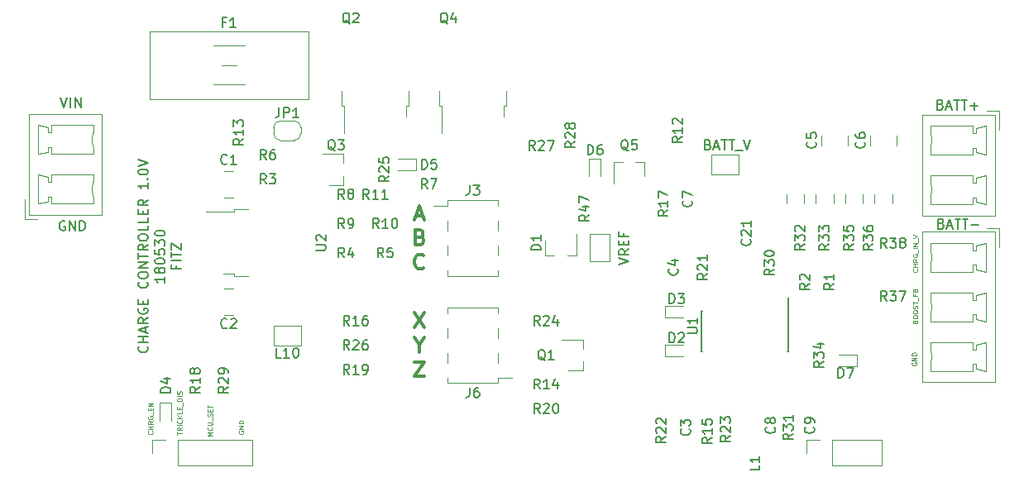
<source format=gto>
G04 #@! TF.GenerationSoftware,KiCad,Pcbnew,5.0.0-rc2-unknown-2cb65f9~65~ubuntu17.10.1*
G04 #@! TF.CreationDate,2018-06-03T22:05:48-07:00*
G04 #@! TF.ProjectId,charge_controller,6368617267655F636F6E74726F6C6C65,rev?*
G04 #@! TF.SameCoordinates,Original*
G04 #@! TF.FileFunction,Legend,Top*
G04 #@! TF.FilePolarity,Positive*
%FSLAX46Y46*%
G04 Gerber Fmt 4.6, Leading zero omitted, Abs format (unit mm)*
G04 Created by KiCad (PCBNEW 5.0.0-rc2-unknown-2cb65f9~65~ubuntu17.10.1) date Sun Jun  3 22:05:48 2018*
%MOMM*%
%LPD*%
G01*
G04 APERTURE LIST*
%ADD10C,0.200000*%
%ADD11C,0.120000*%
%ADD12C,0.300000*%
%ADD13C,0.150000*%
G04 APERTURE END LIST*
D10*
X112657142Y-136090476D02*
X112704761Y-136138095D01*
X112752380Y-136280952D01*
X112752380Y-136376190D01*
X112704761Y-136519047D01*
X112609523Y-136614285D01*
X112514285Y-136661904D01*
X112323809Y-136709523D01*
X112180952Y-136709523D01*
X111990476Y-136661904D01*
X111895238Y-136614285D01*
X111800000Y-136519047D01*
X111752380Y-136376190D01*
X111752380Y-136280952D01*
X111800000Y-136138095D01*
X111847619Y-136090476D01*
X112752380Y-135661904D02*
X111752380Y-135661904D01*
X112228571Y-135661904D02*
X112228571Y-135090476D01*
X112752380Y-135090476D02*
X111752380Y-135090476D01*
X112466666Y-134661904D02*
X112466666Y-134185714D01*
X112752380Y-134757142D02*
X111752380Y-134423809D01*
X112752380Y-134090476D01*
X112752380Y-133185714D02*
X112276190Y-133519047D01*
X112752380Y-133757142D02*
X111752380Y-133757142D01*
X111752380Y-133376190D01*
X111800000Y-133280952D01*
X111847619Y-133233333D01*
X111942857Y-133185714D01*
X112085714Y-133185714D01*
X112180952Y-133233333D01*
X112228571Y-133280952D01*
X112276190Y-133376190D01*
X112276190Y-133757142D01*
X111800000Y-132233333D02*
X111752380Y-132328571D01*
X111752380Y-132471428D01*
X111800000Y-132614285D01*
X111895238Y-132709523D01*
X111990476Y-132757142D01*
X112180952Y-132804761D01*
X112323809Y-132804761D01*
X112514285Y-132757142D01*
X112609523Y-132709523D01*
X112704761Y-132614285D01*
X112752380Y-132471428D01*
X112752380Y-132376190D01*
X112704761Y-132233333D01*
X112657142Y-132185714D01*
X112323809Y-132185714D01*
X112323809Y-132376190D01*
X112228571Y-131757142D02*
X112228571Y-131423809D01*
X112752380Y-131280952D02*
X112752380Y-131757142D01*
X111752380Y-131757142D01*
X111752380Y-131280952D01*
X112657142Y-129519047D02*
X112704761Y-129566666D01*
X112752380Y-129709523D01*
X112752380Y-129804761D01*
X112704761Y-129947619D01*
X112609523Y-130042857D01*
X112514285Y-130090476D01*
X112323809Y-130138095D01*
X112180952Y-130138095D01*
X111990476Y-130090476D01*
X111895238Y-130042857D01*
X111800000Y-129947619D01*
X111752380Y-129804761D01*
X111752380Y-129709523D01*
X111800000Y-129566666D01*
X111847619Y-129519047D01*
X111752380Y-128900000D02*
X111752380Y-128709523D01*
X111800000Y-128614285D01*
X111895238Y-128519047D01*
X112085714Y-128471428D01*
X112419047Y-128471428D01*
X112609523Y-128519047D01*
X112704761Y-128614285D01*
X112752380Y-128709523D01*
X112752380Y-128900000D01*
X112704761Y-128995238D01*
X112609523Y-129090476D01*
X112419047Y-129138095D01*
X112085714Y-129138095D01*
X111895238Y-129090476D01*
X111800000Y-128995238D01*
X111752380Y-128900000D01*
X112752380Y-128042857D02*
X111752380Y-128042857D01*
X112752380Y-127471428D01*
X111752380Y-127471428D01*
X111752380Y-127138095D02*
X111752380Y-126566666D01*
X112752380Y-126852380D02*
X111752380Y-126852380D01*
X112752380Y-125661904D02*
X112276190Y-125995238D01*
X112752380Y-126233333D02*
X111752380Y-126233333D01*
X111752380Y-125852380D01*
X111800000Y-125757142D01*
X111847619Y-125709523D01*
X111942857Y-125661904D01*
X112085714Y-125661904D01*
X112180952Y-125709523D01*
X112228571Y-125757142D01*
X112276190Y-125852380D01*
X112276190Y-126233333D01*
X111752380Y-125042857D02*
X111752380Y-124852380D01*
X111800000Y-124757142D01*
X111895238Y-124661904D01*
X112085714Y-124614285D01*
X112419047Y-124614285D01*
X112609523Y-124661904D01*
X112704761Y-124757142D01*
X112752380Y-124852380D01*
X112752380Y-125042857D01*
X112704761Y-125138095D01*
X112609523Y-125233333D01*
X112419047Y-125280952D01*
X112085714Y-125280952D01*
X111895238Y-125233333D01*
X111800000Y-125138095D01*
X111752380Y-125042857D01*
X112752380Y-123709523D02*
X112752380Y-124185714D01*
X111752380Y-124185714D01*
X112752380Y-122900000D02*
X112752380Y-123376190D01*
X111752380Y-123376190D01*
X112228571Y-122566666D02*
X112228571Y-122233333D01*
X112752380Y-122090476D02*
X112752380Y-122566666D01*
X111752380Y-122566666D01*
X111752380Y-122090476D01*
X112752380Y-121090476D02*
X112276190Y-121423809D01*
X112752380Y-121661904D02*
X111752380Y-121661904D01*
X111752380Y-121280952D01*
X111800000Y-121185714D01*
X111847619Y-121138095D01*
X111942857Y-121090476D01*
X112085714Y-121090476D01*
X112180952Y-121138095D01*
X112228571Y-121185714D01*
X112276190Y-121280952D01*
X112276190Y-121661904D01*
X112752380Y-119376190D02*
X112752380Y-119947619D01*
X112752380Y-119661904D02*
X111752380Y-119661904D01*
X111895238Y-119757142D01*
X111990476Y-119852380D01*
X112038095Y-119947619D01*
X112657142Y-118947619D02*
X112704761Y-118900000D01*
X112752380Y-118947619D01*
X112704761Y-118995238D01*
X112657142Y-118947619D01*
X112752380Y-118947619D01*
X111752380Y-118280952D02*
X111752380Y-118185714D01*
X111800000Y-118090476D01*
X111847619Y-118042857D01*
X111942857Y-117995238D01*
X112133333Y-117947619D01*
X112371428Y-117947619D01*
X112561904Y-117995238D01*
X112657142Y-118042857D01*
X112704761Y-118090476D01*
X112752380Y-118185714D01*
X112752380Y-118280952D01*
X112704761Y-118376190D01*
X112657142Y-118423809D01*
X112561904Y-118471428D01*
X112371428Y-118519047D01*
X112133333Y-118519047D01*
X111942857Y-118471428D01*
X111847619Y-118423809D01*
X111800000Y-118376190D01*
X111752380Y-118280952D01*
X111752380Y-117661904D02*
X112752380Y-117328571D01*
X111752380Y-116995238D01*
X114452380Y-128995238D02*
X114452380Y-129566666D01*
X114452380Y-129280952D02*
X113452380Y-129280952D01*
X113595238Y-129376190D01*
X113690476Y-129471428D01*
X113738095Y-129566666D01*
X113880952Y-128423809D02*
X113833333Y-128519047D01*
X113785714Y-128566666D01*
X113690476Y-128614285D01*
X113642857Y-128614285D01*
X113547619Y-128566666D01*
X113500000Y-128519047D01*
X113452380Y-128423809D01*
X113452380Y-128233333D01*
X113500000Y-128138095D01*
X113547619Y-128090476D01*
X113642857Y-128042857D01*
X113690476Y-128042857D01*
X113785714Y-128090476D01*
X113833333Y-128138095D01*
X113880952Y-128233333D01*
X113880952Y-128423809D01*
X113928571Y-128519047D01*
X113976190Y-128566666D01*
X114071428Y-128614285D01*
X114261904Y-128614285D01*
X114357142Y-128566666D01*
X114404761Y-128519047D01*
X114452380Y-128423809D01*
X114452380Y-128233333D01*
X114404761Y-128138095D01*
X114357142Y-128090476D01*
X114261904Y-128042857D01*
X114071428Y-128042857D01*
X113976190Y-128090476D01*
X113928571Y-128138095D01*
X113880952Y-128233333D01*
X113452380Y-127423809D02*
X113452380Y-127328571D01*
X113500000Y-127233333D01*
X113547619Y-127185714D01*
X113642857Y-127138095D01*
X113833333Y-127090476D01*
X114071428Y-127090476D01*
X114261904Y-127138095D01*
X114357142Y-127185714D01*
X114404761Y-127233333D01*
X114452380Y-127328571D01*
X114452380Y-127423809D01*
X114404761Y-127519047D01*
X114357142Y-127566666D01*
X114261904Y-127614285D01*
X114071428Y-127661904D01*
X113833333Y-127661904D01*
X113642857Y-127614285D01*
X113547619Y-127566666D01*
X113500000Y-127519047D01*
X113452380Y-127423809D01*
X113452380Y-126185714D02*
X113452380Y-126661904D01*
X113928571Y-126709523D01*
X113880952Y-126661904D01*
X113833333Y-126566666D01*
X113833333Y-126328571D01*
X113880952Y-126233333D01*
X113928571Y-126185714D01*
X114023809Y-126138095D01*
X114261904Y-126138095D01*
X114357142Y-126185714D01*
X114404761Y-126233333D01*
X114452380Y-126328571D01*
X114452380Y-126566666D01*
X114404761Y-126661904D01*
X114357142Y-126709523D01*
X113452380Y-125804761D02*
X113452380Y-125185714D01*
X113833333Y-125519047D01*
X113833333Y-125376190D01*
X113880952Y-125280952D01*
X113928571Y-125233333D01*
X114023809Y-125185714D01*
X114261904Y-125185714D01*
X114357142Y-125233333D01*
X114404761Y-125280952D01*
X114452380Y-125376190D01*
X114452380Y-125661904D01*
X114404761Y-125757142D01*
X114357142Y-125804761D01*
X113452380Y-124566666D02*
X113452380Y-124471428D01*
X113500000Y-124376190D01*
X113547619Y-124328571D01*
X113642857Y-124280952D01*
X113833333Y-124233333D01*
X114071428Y-124233333D01*
X114261904Y-124280952D01*
X114357142Y-124328571D01*
X114404761Y-124376190D01*
X114452380Y-124471428D01*
X114452380Y-124566666D01*
X114404761Y-124661904D01*
X114357142Y-124709523D01*
X114261904Y-124757142D01*
X114071428Y-124804761D01*
X113833333Y-124804761D01*
X113642857Y-124757142D01*
X113547619Y-124709523D01*
X113500000Y-124661904D01*
X113452380Y-124566666D01*
X115628571Y-127852380D02*
X115628571Y-128185714D01*
X116152380Y-128185714D02*
X115152380Y-128185714D01*
X115152380Y-127709523D01*
X116152380Y-127328571D02*
X115152380Y-127328571D01*
X115152380Y-126995238D02*
X115152380Y-126423809D01*
X116152380Y-126709523D02*
X115152380Y-126709523D01*
X115152380Y-126185714D02*
X115152380Y-125519047D01*
X116152380Y-126185714D01*
X116152380Y-125519047D01*
D11*
X190950000Y-137780952D02*
X190926190Y-137828571D01*
X190926190Y-137900000D01*
X190950000Y-137971428D01*
X190997619Y-138019047D01*
X191045238Y-138042857D01*
X191140476Y-138066666D01*
X191211904Y-138066666D01*
X191307142Y-138042857D01*
X191354761Y-138019047D01*
X191402380Y-137971428D01*
X191426190Y-137900000D01*
X191426190Y-137852380D01*
X191402380Y-137780952D01*
X191378571Y-137757142D01*
X191211904Y-137757142D01*
X191211904Y-137852380D01*
X191426190Y-137542857D02*
X190926190Y-137542857D01*
X191426190Y-137257142D01*
X190926190Y-137257142D01*
X191426190Y-137019047D02*
X190926190Y-137019047D01*
X190926190Y-136900000D01*
X190950000Y-136828571D01*
X190997619Y-136780952D01*
X191045238Y-136757142D01*
X191140476Y-136733333D01*
X191211904Y-136733333D01*
X191307142Y-136757142D01*
X191354761Y-136780952D01*
X191402380Y-136828571D01*
X191426190Y-136900000D01*
X191426190Y-137019047D01*
X191264285Y-133571428D02*
X191288095Y-133500000D01*
X191311904Y-133476190D01*
X191359523Y-133452380D01*
X191430952Y-133452380D01*
X191478571Y-133476190D01*
X191502380Y-133500000D01*
X191526190Y-133547619D01*
X191526190Y-133738095D01*
X191026190Y-133738095D01*
X191026190Y-133571428D01*
X191050000Y-133523809D01*
X191073809Y-133500000D01*
X191121428Y-133476190D01*
X191169047Y-133476190D01*
X191216666Y-133500000D01*
X191240476Y-133523809D01*
X191264285Y-133571428D01*
X191264285Y-133738095D01*
X191026190Y-133142857D02*
X191026190Y-133047619D01*
X191050000Y-133000000D01*
X191097619Y-132952380D01*
X191192857Y-132928571D01*
X191359523Y-132928571D01*
X191454761Y-132952380D01*
X191502380Y-133000000D01*
X191526190Y-133047619D01*
X191526190Y-133142857D01*
X191502380Y-133190476D01*
X191454761Y-133238095D01*
X191359523Y-133261904D01*
X191192857Y-133261904D01*
X191097619Y-133238095D01*
X191050000Y-133190476D01*
X191026190Y-133142857D01*
X191026190Y-132619047D02*
X191026190Y-132523809D01*
X191050000Y-132476190D01*
X191097619Y-132428571D01*
X191192857Y-132404761D01*
X191359523Y-132404761D01*
X191454761Y-132428571D01*
X191502380Y-132476190D01*
X191526190Y-132523809D01*
X191526190Y-132619047D01*
X191502380Y-132666666D01*
X191454761Y-132714285D01*
X191359523Y-132738095D01*
X191192857Y-132738095D01*
X191097619Y-132714285D01*
X191050000Y-132666666D01*
X191026190Y-132619047D01*
X191502380Y-132214285D02*
X191526190Y-132142857D01*
X191526190Y-132023809D01*
X191502380Y-131976190D01*
X191478571Y-131952380D01*
X191430952Y-131928571D01*
X191383333Y-131928571D01*
X191335714Y-131952380D01*
X191311904Y-131976190D01*
X191288095Y-132023809D01*
X191264285Y-132119047D01*
X191240476Y-132166666D01*
X191216666Y-132190476D01*
X191169047Y-132214285D01*
X191121428Y-132214285D01*
X191073809Y-132190476D01*
X191050000Y-132166666D01*
X191026190Y-132119047D01*
X191026190Y-132000000D01*
X191050000Y-131928571D01*
X191026190Y-131785714D02*
X191026190Y-131500000D01*
X191526190Y-131642857D02*
X191026190Y-131642857D01*
X191573809Y-131452380D02*
X191573809Y-131071428D01*
X191264285Y-130785714D02*
X191264285Y-130952380D01*
X191526190Y-130952380D02*
X191026190Y-130952380D01*
X191026190Y-130714285D01*
X191264285Y-130357142D02*
X191288095Y-130285714D01*
X191311904Y-130261904D01*
X191359523Y-130238095D01*
X191430952Y-130238095D01*
X191478571Y-130261904D01*
X191502380Y-130285714D01*
X191526190Y-130333333D01*
X191526190Y-130523809D01*
X191026190Y-130523809D01*
X191026190Y-130357142D01*
X191050000Y-130309523D01*
X191073809Y-130285714D01*
X191121428Y-130261904D01*
X191169047Y-130261904D01*
X191216666Y-130285714D01*
X191240476Y-130309523D01*
X191264285Y-130357142D01*
X191264285Y-130523809D01*
X191478571Y-128183333D02*
X191502380Y-128207142D01*
X191526190Y-128278571D01*
X191526190Y-128326190D01*
X191502380Y-128397619D01*
X191454761Y-128445238D01*
X191407142Y-128469047D01*
X191311904Y-128492857D01*
X191240476Y-128492857D01*
X191145238Y-128469047D01*
X191097619Y-128445238D01*
X191050000Y-128397619D01*
X191026190Y-128326190D01*
X191026190Y-128278571D01*
X191050000Y-128207142D01*
X191073809Y-128183333D01*
X191526190Y-127969047D02*
X191026190Y-127969047D01*
X191264285Y-127969047D02*
X191264285Y-127683333D01*
X191526190Y-127683333D02*
X191026190Y-127683333D01*
X191526190Y-127159523D02*
X191288095Y-127326190D01*
X191526190Y-127445238D02*
X191026190Y-127445238D01*
X191026190Y-127254761D01*
X191050000Y-127207142D01*
X191073809Y-127183333D01*
X191121428Y-127159523D01*
X191192857Y-127159523D01*
X191240476Y-127183333D01*
X191264285Y-127207142D01*
X191288095Y-127254761D01*
X191288095Y-127445238D01*
X191050000Y-126683333D02*
X191026190Y-126730952D01*
X191026190Y-126802380D01*
X191050000Y-126873809D01*
X191097619Y-126921428D01*
X191145238Y-126945238D01*
X191240476Y-126969047D01*
X191311904Y-126969047D01*
X191407142Y-126945238D01*
X191454761Y-126921428D01*
X191502380Y-126873809D01*
X191526190Y-126802380D01*
X191526190Y-126754761D01*
X191502380Y-126683333D01*
X191478571Y-126659523D01*
X191311904Y-126659523D01*
X191311904Y-126754761D01*
X191573809Y-126564285D02*
X191573809Y-126183333D01*
X191526190Y-126064285D02*
X191026190Y-126064285D01*
X191526190Y-125826190D02*
X191026190Y-125826190D01*
X191526190Y-125540476D01*
X191026190Y-125540476D01*
X191573809Y-125421428D02*
X191573809Y-125040476D01*
X191026190Y-124992857D02*
X191526190Y-124826190D01*
X191026190Y-124659523D01*
D10*
X193961904Y-123528571D02*
X194104761Y-123576190D01*
X194152380Y-123623809D01*
X194200000Y-123719047D01*
X194200000Y-123861904D01*
X194152380Y-123957142D01*
X194104761Y-124004761D01*
X194009523Y-124052380D01*
X193628571Y-124052380D01*
X193628571Y-123052380D01*
X193961904Y-123052380D01*
X194057142Y-123100000D01*
X194104761Y-123147619D01*
X194152380Y-123242857D01*
X194152380Y-123338095D01*
X194104761Y-123433333D01*
X194057142Y-123480952D01*
X193961904Y-123528571D01*
X193628571Y-123528571D01*
X194580952Y-123766666D02*
X195057142Y-123766666D01*
X194485714Y-124052380D02*
X194819047Y-123052380D01*
X195152380Y-124052380D01*
X195342857Y-123052380D02*
X195914285Y-123052380D01*
X195628571Y-124052380D02*
X195628571Y-123052380D01*
X196104761Y-123052380D02*
X196676190Y-123052380D01*
X196390476Y-124052380D02*
X196390476Y-123052380D01*
X197009523Y-123671428D02*
X197771428Y-123671428D01*
X193861904Y-111328571D02*
X194004761Y-111376190D01*
X194052380Y-111423809D01*
X194100000Y-111519047D01*
X194100000Y-111661904D01*
X194052380Y-111757142D01*
X194004761Y-111804761D01*
X193909523Y-111852380D01*
X193528571Y-111852380D01*
X193528571Y-110852380D01*
X193861904Y-110852380D01*
X193957142Y-110900000D01*
X194004761Y-110947619D01*
X194052380Y-111042857D01*
X194052380Y-111138095D01*
X194004761Y-111233333D01*
X193957142Y-111280952D01*
X193861904Y-111328571D01*
X193528571Y-111328571D01*
X194480952Y-111566666D02*
X194957142Y-111566666D01*
X194385714Y-111852380D02*
X194719047Y-110852380D01*
X195052380Y-111852380D01*
X195242857Y-110852380D02*
X195814285Y-110852380D01*
X195528571Y-111852380D02*
X195528571Y-110852380D01*
X196004761Y-110852380D02*
X196576190Y-110852380D01*
X196290476Y-111852380D02*
X196290476Y-110852380D01*
X196909523Y-111471428D02*
X197671428Y-111471428D01*
X197290476Y-111852380D02*
X197290476Y-111090476D01*
D11*
X113178571Y-144785714D02*
X113202380Y-144809523D01*
X113226190Y-144880952D01*
X113226190Y-144928571D01*
X113202380Y-145000000D01*
X113154761Y-145047619D01*
X113107142Y-145071428D01*
X113011904Y-145095238D01*
X112940476Y-145095238D01*
X112845238Y-145071428D01*
X112797619Y-145047619D01*
X112750000Y-145000000D01*
X112726190Y-144928571D01*
X112726190Y-144880952D01*
X112750000Y-144809523D01*
X112773809Y-144785714D01*
X113226190Y-144571428D02*
X112726190Y-144571428D01*
X112964285Y-144571428D02*
X112964285Y-144285714D01*
X113226190Y-144285714D02*
X112726190Y-144285714D01*
X113226190Y-143761904D02*
X112988095Y-143928571D01*
X113226190Y-144047619D02*
X112726190Y-144047619D01*
X112726190Y-143857142D01*
X112750000Y-143809523D01*
X112773809Y-143785714D01*
X112821428Y-143761904D01*
X112892857Y-143761904D01*
X112940476Y-143785714D01*
X112964285Y-143809523D01*
X112988095Y-143857142D01*
X112988095Y-144047619D01*
X112750000Y-143285714D02*
X112726190Y-143333333D01*
X112726190Y-143404761D01*
X112750000Y-143476190D01*
X112797619Y-143523809D01*
X112845238Y-143547619D01*
X112940476Y-143571428D01*
X113011904Y-143571428D01*
X113107142Y-143547619D01*
X113154761Y-143523809D01*
X113202380Y-143476190D01*
X113226190Y-143404761D01*
X113226190Y-143357142D01*
X113202380Y-143285714D01*
X113178571Y-143261904D01*
X113011904Y-143261904D01*
X113011904Y-143357142D01*
X113273809Y-143166666D02*
X113273809Y-142785714D01*
X112964285Y-142666666D02*
X112964285Y-142500000D01*
X113226190Y-142428571D02*
X113226190Y-142666666D01*
X112726190Y-142666666D01*
X112726190Y-142428571D01*
X113226190Y-142214285D02*
X112726190Y-142214285D01*
X113226190Y-141928571D01*
X112726190Y-141928571D01*
X115726190Y-145138095D02*
X115726190Y-144852380D01*
X116226190Y-144995238D02*
X115726190Y-144995238D01*
X116226190Y-144400000D02*
X115988095Y-144566666D01*
X116226190Y-144685714D02*
X115726190Y-144685714D01*
X115726190Y-144495238D01*
X115750000Y-144447619D01*
X115773809Y-144423809D01*
X115821428Y-144400000D01*
X115892857Y-144400000D01*
X115940476Y-144423809D01*
X115964285Y-144447619D01*
X115988095Y-144495238D01*
X115988095Y-144685714D01*
X116226190Y-144185714D02*
X115726190Y-144185714D01*
X116178571Y-143661904D02*
X116202380Y-143685714D01*
X116226190Y-143757142D01*
X116226190Y-143804761D01*
X116202380Y-143876190D01*
X116154761Y-143923809D01*
X116107142Y-143947619D01*
X116011904Y-143971428D01*
X115940476Y-143971428D01*
X115845238Y-143947619D01*
X115797619Y-143923809D01*
X115750000Y-143876190D01*
X115726190Y-143804761D01*
X115726190Y-143757142D01*
X115750000Y-143685714D01*
X115773809Y-143661904D01*
X116226190Y-143447619D02*
X115726190Y-143447619D01*
X116226190Y-143161904D02*
X115940476Y-143376190D01*
X115726190Y-143161904D02*
X116011904Y-143447619D01*
X116226190Y-142709523D02*
X116226190Y-142947619D01*
X115726190Y-142947619D01*
X115964285Y-142542857D02*
X115964285Y-142376190D01*
X116226190Y-142304761D02*
X116226190Y-142542857D01*
X115726190Y-142542857D01*
X115726190Y-142304761D01*
X116273809Y-142209523D02*
X116273809Y-141828571D01*
X116226190Y-141709523D02*
X115726190Y-141709523D01*
X115726190Y-141590476D01*
X115750000Y-141519047D01*
X115797619Y-141471428D01*
X115845238Y-141447619D01*
X115940476Y-141423809D01*
X116011904Y-141423809D01*
X116107142Y-141447619D01*
X116154761Y-141471428D01*
X116202380Y-141519047D01*
X116226190Y-141590476D01*
X116226190Y-141709523D01*
X116226190Y-141209523D02*
X115726190Y-141209523D01*
X116202380Y-140995238D02*
X116226190Y-140923809D01*
X116226190Y-140804761D01*
X116202380Y-140757142D01*
X116178571Y-140733333D01*
X116130952Y-140709523D01*
X116083333Y-140709523D01*
X116035714Y-140733333D01*
X116011904Y-140757142D01*
X115988095Y-140804761D01*
X115964285Y-140900000D01*
X115940476Y-140947619D01*
X115916666Y-140971428D01*
X115869047Y-140995238D01*
X115821428Y-140995238D01*
X115773809Y-140971428D01*
X115750000Y-140947619D01*
X115726190Y-140900000D01*
X115726190Y-140780952D01*
X115750000Y-140709523D01*
X119326190Y-145223809D02*
X118826190Y-145223809D01*
X119183333Y-145057142D01*
X118826190Y-144890476D01*
X119326190Y-144890476D01*
X119278571Y-144366666D02*
X119302380Y-144390476D01*
X119326190Y-144461904D01*
X119326190Y-144509523D01*
X119302380Y-144580952D01*
X119254761Y-144628571D01*
X119207142Y-144652380D01*
X119111904Y-144676190D01*
X119040476Y-144676190D01*
X118945238Y-144652380D01*
X118897619Y-144628571D01*
X118850000Y-144580952D01*
X118826190Y-144509523D01*
X118826190Y-144461904D01*
X118850000Y-144390476D01*
X118873809Y-144366666D01*
X118826190Y-144152380D02*
X119230952Y-144152380D01*
X119278571Y-144128571D01*
X119302380Y-144104761D01*
X119326190Y-144057142D01*
X119326190Y-143961904D01*
X119302380Y-143914285D01*
X119278571Y-143890476D01*
X119230952Y-143866666D01*
X118826190Y-143866666D01*
X119373809Y-143747619D02*
X119373809Y-143366666D01*
X119302380Y-143271428D02*
X119326190Y-143200000D01*
X119326190Y-143080952D01*
X119302380Y-143033333D01*
X119278571Y-143009523D01*
X119230952Y-142985714D01*
X119183333Y-142985714D01*
X119135714Y-143009523D01*
X119111904Y-143033333D01*
X119088095Y-143080952D01*
X119064285Y-143176190D01*
X119040476Y-143223809D01*
X119016666Y-143247619D01*
X118969047Y-143271428D01*
X118921428Y-143271428D01*
X118873809Y-143247619D01*
X118850000Y-143223809D01*
X118826190Y-143176190D01*
X118826190Y-143057142D01*
X118850000Y-142985714D01*
X119064285Y-142771428D02*
X119064285Y-142604761D01*
X119326190Y-142533333D02*
X119326190Y-142771428D01*
X118826190Y-142771428D01*
X118826190Y-142533333D01*
X118826190Y-142390476D02*
X118826190Y-142104761D01*
X119326190Y-142247619D02*
X118826190Y-142247619D01*
X122050000Y-144780952D02*
X122026190Y-144828571D01*
X122026190Y-144900000D01*
X122050000Y-144971428D01*
X122097619Y-145019047D01*
X122145238Y-145042857D01*
X122240476Y-145066666D01*
X122311904Y-145066666D01*
X122407142Y-145042857D01*
X122454761Y-145019047D01*
X122502380Y-144971428D01*
X122526190Y-144900000D01*
X122526190Y-144852380D01*
X122502380Y-144780952D01*
X122478571Y-144757142D01*
X122311904Y-144757142D01*
X122311904Y-144852380D01*
X122526190Y-144542857D02*
X122026190Y-144542857D01*
X122526190Y-144257142D01*
X122026190Y-144257142D01*
X122526190Y-144019047D02*
X122026190Y-144019047D01*
X122026190Y-143900000D01*
X122050000Y-143828571D01*
X122097619Y-143780952D01*
X122145238Y-143757142D01*
X122240476Y-143733333D01*
X122311904Y-143733333D01*
X122407142Y-143757142D01*
X122454761Y-143780952D01*
X122502380Y-143828571D01*
X122526190Y-143900000D01*
X122526190Y-144019047D01*
D10*
X104238095Y-123300000D02*
X104142857Y-123252380D01*
X104000000Y-123252380D01*
X103857142Y-123300000D01*
X103761904Y-123395238D01*
X103714285Y-123490476D01*
X103666666Y-123680952D01*
X103666666Y-123823809D01*
X103714285Y-124014285D01*
X103761904Y-124109523D01*
X103857142Y-124204761D01*
X104000000Y-124252380D01*
X104095238Y-124252380D01*
X104238095Y-124204761D01*
X104285714Y-124157142D01*
X104285714Y-123823809D01*
X104095238Y-123823809D01*
X104714285Y-124252380D02*
X104714285Y-123252380D01*
X105285714Y-124252380D01*
X105285714Y-123252380D01*
X105761904Y-124252380D02*
X105761904Y-123252380D01*
X106000000Y-123252380D01*
X106142857Y-123300000D01*
X106238095Y-123395238D01*
X106285714Y-123490476D01*
X106333333Y-123680952D01*
X106333333Y-123823809D01*
X106285714Y-124014285D01*
X106238095Y-124109523D01*
X106142857Y-124204761D01*
X106000000Y-124252380D01*
X105761904Y-124252380D01*
X103804761Y-110652380D02*
X104138095Y-111652380D01*
X104471428Y-110652380D01*
X104804761Y-111652380D02*
X104804761Y-110652380D01*
X105280952Y-111652380D02*
X105280952Y-110652380D01*
X105852380Y-111652380D01*
X105852380Y-110652380D01*
X170071428Y-115428571D02*
X170214285Y-115476190D01*
X170261904Y-115523809D01*
X170309523Y-115619047D01*
X170309523Y-115761904D01*
X170261904Y-115857142D01*
X170214285Y-115904761D01*
X170119047Y-115952380D01*
X169738095Y-115952380D01*
X169738095Y-114952380D01*
X170071428Y-114952380D01*
X170166666Y-115000000D01*
X170214285Y-115047619D01*
X170261904Y-115142857D01*
X170261904Y-115238095D01*
X170214285Y-115333333D01*
X170166666Y-115380952D01*
X170071428Y-115428571D01*
X169738095Y-115428571D01*
X170690476Y-115666666D02*
X171166666Y-115666666D01*
X170595238Y-115952380D02*
X170928571Y-114952380D01*
X171261904Y-115952380D01*
X171452380Y-114952380D02*
X172023809Y-114952380D01*
X171738095Y-115952380D02*
X171738095Y-114952380D01*
X172214285Y-114952380D02*
X172785714Y-114952380D01*
X172500000Y-115952380D02*
X172500000Y-114952380D01*
X172880952Y-116047619D02*
X173642857Y-116047619D01*
X173738095Y-114952380D02*
X174071428Y-115952380D01*
X174404761Y-114952380D01*
X160952380Y-127714285D02*
X161952380Y-127380952D01*
X160952380Y-127047619D01*
X161952380Y-126142857D02*
X161476190Y-126476190D01*
X161952380Y-126714285D02*
X160952380Y-126714285D01*
X160952380Y-126333333D01*
X161000000Y-126238095D01*
X161047619Y-126190476D01*
X161142857Y-126142857D01*
X161285714Y-126142857D01*
X161380952Y-126190476D01*
X161428571Y-126238095D01*
X161476190Y-126333333D01*
X161476190Y-126714285D01*
X161428571Y-125714285D02*
X161428571Y-125380952D01*
X161952380Y-125238095D02*
X161952380Y-125714285D01*
X160952380Y-125714285D01*
X160952380Y-125238095D01*
X161428571Y-124476190D02*
X161428571Y-124809523D01*
X161952380Y-124809523D02*
X160952380Y-124809523D01*
X160952380Y-124333333D01*
D12*
X140000000Y-137678571D02*
X141000000Y-137678571D01*
X140000000Y-139178571D01*
X141000000Y-139178571D01*
X140500000Y-135964285D02*
X140500000Y-136678571D01*
X140000000Y-135178571D02*
X140500000Y-135964285D01*
X141000000Y-135178571D01*
X140000000Y-132678571D02*
X141000000Y-134178571D01*
X141000000Y-132678571D02*
X140000000Y-134178571D01*
X140964285Y-128035714D02*
X140892857Y-128107142D01*
X140678571Y-128178571D01*
X140535714Y-128178571D01*
X140321428Y-128107142D01*
X140178571Y-127964285D01*
X140107142Y-127821428D01*
X140035714Y-127535714D01*
X140035714Y-127321428D01*
X140107142Y-127035714D01*
X140178571Y-126892857D01*
X140321428Y-126750000D01*
X140535714Y-126678571D01*
X140678571Y-126678571D01*
X140892857Y-126750000D01*
X140964285Y-126821428D01*
X140607142Y-124892857D02*
X140821428Y-124964285D01*
X140892857Y-125035714D01*
X140964285Y-125178571D01*
X140964285Y-125392857D01*
X140892857Y-125535714D01*
X140821428Y-125607142D01*
X140678571Y-125678571D01*
X140107142Y-125678571D01*
X140107142Y-124178571D01*
X140607142Y-124178571D01*
X140750000Y-124250000D01*
X140821428Y-124321428D01*
X140892857Y-124464285D01*
X140892857Y-124607142D01*
X140821428Y-124750000D01*
X140750000Y-124821428D01*
X140607142Y-124892857D01*
X140107142Y-124892857D01*
X140142857Y-122750000D02*
X140857142Y-122750000D01*
X140000000Y-123178571D02*
X140500000Y-121678571D01*
X141000000Y-123178571D01*
D11*
G04 #@! TO.C,J6*
X143400000Y-135240000D02*
X143400000Y-134220000D01*
X148600000Y-135240000D02*
X148600000Y-134220000D01*
X143400000Y-137780000D02*
X143400000Y-136760000D01*
X148600000Y-137780000D02*
X148600000Y-136760000D01*
X143400000Y-132700000D02*
X143400000Y-132130000D01*
X148600000Y-132700000D02*
X148600000Y-132130000D01*
X143400000Y-139870000D02*
X143400000Y-139300000D01*
X148600000Y-139870000D02*
X148600000Y-139300000D01*
X150040000Y-139300000D02*
X148600000Y-139300000D01*
X148600000Y-132130000D02*
X143400000Y-132130000D01*
X148600000Y-139870000D02*
X143400000Y-139870000D01*
G04 #@! TO.C,J3*
X143400000Y-121130000D02*
X148600000Y-121130000D01*
X143400000Y-128870000D02*
X148600000Y-128870000D01*
X141960000Y-121700000D02*
X143400000Y-121700000D01*
X143400000Y-121130000D02*
X143400000Y-121700000D01*
X148600000Y-121130000D02*
X148600000Y-121700000D01*
X143400000Y-128300000D02*
X143400000Y-128870000D01*
X148600000Y-128300000D02*
X148600000Y-128870000D01*
X143400000Y-123220000D02*
X143400000Y-124240000D01*
X148600000Y-123220000D02*
X148600000Y-124240000D01*
X143400000Y-125760000D02*
X143400000Y-126780000D01*
X148600000Y-125760000D02*
X148600000Y-126780000D01*
G04 #@! TO.C,J5*
X192850155Y-127749647D02*
G75*
G03X192850000Y-126250000I-1700155J749647D01*
G01*
X192850155Y-132829647D02*
G75*
G03X192850000Y-131330000I-1700155J749647D01*
G01*
X192850155Y-137909647D02*
G75*
G03X192850000Y-136410000I-1700155J749647D01*
G01*
X199430000Y-124380000D02*
X192020000Y-124380000D01*
X192020000Y-124380000D02*
X192020000Y-139780000D01*
X192020000Y-139780000D02*
X199430000Y-139780000D01*
X199430000Y-139780000D02*
X199430000Y-124380000D01*
X192850000Y-126250000D02*
X192850000Y-125500000D01*
X192850000Y-125500000D02*
X197150000Y-125500000D01*
X197150000Y-125500000D02*
X197150000Y-126250000D01*
X197150000Y-126250000D02*
X197500000Y-126250000D01*
X197500000Y-126250000D02*
X197500000Y-125750000D01*
X197500000Y-125750000D02*
X198500000Y-125500000D01*
X198500000Y-125500000D02*
X198500000Y-128500000D01*
X198500000Y-128500000D02*
X197500000Y-128250000D01*
X197500000Y-128250000D02*
X197500000Y-127750000D01*
X197500000Y-127750000D02*
X197150000Y-127750000D01*
X197150000Y-127750000D02*
X197150000Y-128500000D01*
X197150000Y-128500000D02*
X192850000Y-128500000D01*
X192850000Y-128500000D02*
X192850000Y-127750000D01*
X192850000Y-131330000D02*
X192850000Y-130580000D01*
X192850000Y-130580000D02*
X197150000Y-130580000D01*
X197150000Y-130580000D02*
X197150000Y-131330000D01*
X197150000Y-131330000D02*
X197500000Y-131330000D01*
X197500000Y-131330000D02*
X197500000Y-130830000D01*
X197500000Y-130830000D02*
X198500000Y-130580000D01*
X198500000Y-130580000D02*
X198500000Y-133580000D01*
X198500000Y-133580000D02*
X197500000Y-133330000D01*
X197500000Y-133330000D02*
X197500000Y-132830000D01*
X197500000Y-132830000D02*
X197150000Y-132830000D01*
X197150000Y-132830000D02*
X197150000Y-133580000D01*
X197150000Y-133580000D02*
X192850000Y-133580000D01*
X192850000Y-133580000D02*
X192850000Y-132830000D01*
X192850000Y-136410000D02*
X192850000Y-135660000D01*
X192850000Y-135660000D02*
X197150000Y-135660000D01*
X197150000Y-135660000D02*
X197150000Y-136410000D01*
X197150000Y-136410000D02*
X197500000Y-136410000D01*
X197500000Y-136410000D02*
X197500000Y-135910000D01*
X197500000Y-135910000D02*
X198500000Y-135660000D01*
X198500000Y-135660000D02*
X198500000Y-138660000D01*
X198500000Y-138660000D02*
X197500000Y-138410000D01*
X197500000Y-138410000D02*
X197500000Y-137910000D01*
X197500000Y-137910000D02*
X197150000Y-137910000D01*
X197150000Y-137910000D02*
X197150000Y-138660000D01*
X197150000Y-138660000D02*
X192850000Y-138660000D01*
X192850000Y-138660000D02*
X192850000Y-137910000D01*
X198600000Y-123960000D02*
X199850000Y-123960000D01*
X199850000Y-123960000D02*
X199850000Y-125960000D01*
G04 #@! TO.C,J7*
X182730000Y-148330000D02*
X182730000Y-145670000D01*
X182730000Y-148330000D02*
X187870000Y-148330000D01*
X187870000Y-148330000D02*
X187870000Y-145670000D01*
X182730000Y-145670000D02*
X187870000Y-145670000D01*
X180130000Y-145670000D02*
X181460000Y-145670000D01*
X180130000Y-147000000D02*
X180130000Y-145670000D01*
G04 #@! TO.C,J1*
X115770000Y-148330000D02*
X115770000Y-145670000D01*
X115770000Y-148330000D02*
X123450000Y-148330000D01*
X123450000Y-148330000D02*
X123450000Y-145670000D01*
X115770000Y-145670000D02*
X123450000Y-145670000D01*
X113170000Y-145670000D02*
X114500000Y-145670000D01*
X113170000Y-147000000D02*
X113170000Y-145670000D01*
G04 #@! TO.C,D7*
X185285639Y-138150113D02*
X185285639Y-136950113D01*
X183435639Y-138150113D02*
X185285639Y-138150113D01*
X183435639Y-136950113D02*
X185285639Y-136950113D01*
G04 #@! TO.C,D6*
X157900000Y-118700000D02*
X157900000Y-116850000D01*
X159100000Y-118700000D02*
X159100000Y-116850000D01*
X159100000Y-116850000D02*
X157900000Y-116850000D01*
G04 #@! TO.C,D5*
X140150000Y-118100000D02*
X140150000Y-116900000D01*
X138300000Y-118100000D02*
X140150000Y-118100000D01*
X138300000Y-116900000D02*
X140150000Y-116900000D01*
G04 #@! TO.C,Q5*
X163580000Y-117240000D02*
X162650000Y-117240000D01*
X160420000Y-117240000D02*
X161350000Y-117240000D01*
X160420000Y-117240000D02*
X160420000Y-119400000D01*
X163580000Y-117240000D02*
X163580000Y-118700000D01*
G04 #@! TO.C,R33*
X181090000Y-120500000D02*
X181090000Y-121500000D01*
X182910000Y-120500000D02*
X182910000Y-121500000D01*
G04 #@! TO.C,R32*
X179910000Y-120500000D02*
X179910000Y-121500000D01*
X178090000Y-120500000D02*
X178090000Y-121500000D01*
G04 #@! TO.C,R36*
X187090000Y-120500000D02*
X187090000Y-121500000D01*
X188910000Y-120500000D02*
X188910000Y-121500000D01*
G04 #@! TO.C,R35*
X185910000Y-120500000D02*
X185910000Y-121500000D01*
X184090000Y-120500000D02*
X184090000Y-121500000D01*
G04 #@! TO.C,Q3*
X132760000Y-119580000D02*
X132760000Y-118650000D01*
X132760000Y-116420000D02*
X132760000Y-117350000D01*
X132760000Y-116420000D02*
X130600000Y-116420000D01*
X132760000Y-119580000D02*
X131300000Y-119580000D01*
G04 #@! TO.C,F1*
X129140000Y-110770000D02*
X129140000Y-103830000D01*
X129140000Y-103830000D02*
X112940000Y-103830000D01*
X112940000Y-103830000D02*
X112940000Y-110770000D01*
X112940000Y-110770000D02*
X129140000Y-110770000D01*
X121790000Y-107300000D02*
X120290000Y-107300000D01*
X119440000Y-105300000D02*
X122640000Y-105300000D01*
X122640000Y-109300000D02*
X119440000Y-109300000D01*
G04 #@! TO.C,C1*
X121500000Y-118140000D02*
X120500000Y-118140000D01*
X121500000Y-120860000D02*
X120500000Y-120860000D01*
G04 #@! TO.C,C6*
X186640000Y-115500000D02*
X186640000Y-114500000D01*
X189360000Y-115500000D02*
X189360000Y-114500000D01*
G04 #@! TO.C,C5*
X184360000Y-115500000D02*
X184360000Y-114500000D01*
X181640000Y-115500000D02*
X181640000Y-114500000D01*
G04 #@! TO.C,C2*
X121500000Y-132860000D02*
X120500000Y-132860000D01*
X121500000Y-130140000D02*
X120500000Y-130140000D01*
G04 #@! TO.C,J2*
X100150000Y-123040000D02*
X100150000Y-121040000D01*
X101400000Y-123040000D02*
X100150000Y-123040000D01*
X107150000Y-113420000D02*
X107150000Y-114170000D01*
X102850000Y-113420000D02*
X107150000Y-113420000D01*
X102850000Y-114170000D02*
X102850000Y-113420000D01*
X102500000Y-114170000D02*
X102850000Y-114170000D01*
X102500000Y-113670000D02*
X102500000Y-114170000D01*
X101500000Y-113420000D02*
X102500000Y-113670000D01*
X101500000Y-116420000D02*
X101500000Y-113420000D01*
X102500000Y-116170000D02*
X101500000Y-116420000D01*
X102500000Y-115670000D02*
X102500000Y-116170000D01*
X102850000Y-115670000D02*
X102500000Y-115670000D01*
X102850000Y-116420000D02*
X102850000Y-115670000D01*
X107150000Y-116420000D02*
X102850000Y-116420000D01*
X107150000Y-115670000D02*
X107150000Y-116420000D01*
X107150000Y-118500000D02*
X107150000Y-119250000D01*
X102850000Y-118500000D02*
X107150000Y-118500000D01*
X102850000Y-119250000D02*
X102850000Y-118500000D01*
X102500000Y-119250000D02*
X102850000Y-119250000D01*
X102500000Y-118750000D02*
X102500000Y-119250000D01*
X101500000Y-118500000D02*
X102500000Y-118750000D01*
X101500000Y-121500000D02*
X101500000Y-118500000D01*
X102500000Y-121250000D02*
X101500000Y-121500000D01*
X102500000Y-120750000D02*
X102500000Y-121250000D01*
X102850000Y-120750000D02*
X102500000Y-120750000D01*
X102850000Y-121500000D02*
X102850000Y-120750000D01*
X107150000Y-121500000D02*
X102850000Y-121500000D01*
X107150000Y-120750000D02*
X107150000Y-121500000D01*
X100570000Y-112300000D02*
X100570000Y-122620000D01*
X107980000Y-112300000D02*
X100570000Y-112300000D01*
X107980000Y-122620000D02*
X107980000Y-112300000D01*
X100570000Y-122620000D02*
X107980000Y-122620000D01*
X107149845Y-114170353D02*
G75*
G03X107150000Y-115670000I1700155J-749647D01*
G01*
X107149845Y-119250353D02*
G75*
G03X107150000Y-120750000I1700155J-749647D01*
G01*
G04 #@! TO.C,J4*
X199850000Y-111960000D02*
X199850000Y-113960000D01*
X198600000Y-111960000D02*
X199850000Y-111960000D01*
X192850000Y-121580000D02*
X192850000Y-120830000D01*
X197150000Y-121580000D02*
X192850000Y-121580000D01*
X197150000Y-120830000D02*
X197150000Y-121580000D01*
X197500000Y-120830000D02*
X197150000Y-120830000D01*
X197500000Y-121330000D02*
X197500000Y-120830000D01*
X198500000Y-121580000D02*
X197500000Y-121330000D01*
X198500000Y-118580000D02*
X198500000Y-121580000D01*
X197500000Y-118830000D02*
X198500000Y-118580000D01*
X197500000Y-119330000D02*
X197500000Y-118830000D01*
X197150000Y-119330000D02*
X197500000Y-119330000D01*
X197150000Y-118580000D02*
X197150000Y-119330000D01*
X192850000Y-118580000D02*
X197150000Y-118580000D01*
X192850000Y-119330000D02*
X192850000Y-118580000D01*
X192850000Y-116500000D02*
X192850000Y-115750000D01*
X197150000Y-116500000D02*
X192850000Y-116500000D01*
X197150000Y-115750000D02*
X197150000Y-116500000D01*
X197500000Y-115750000D02*
X197150000Y-115750000D01*
X197500000Y-116250000D02*
X197500000Y-115750000D01*
X198500000Y-116500000D02*
X197500000Y-116250000D01*
X198500000Y-113500000D02*
X198500000Y-116500000D01*
X197500000Y-113750000D02*
X198500000Y-113500000D01*
X197500000Y-114250000D02*
X197500000Y-113750000D01*
X197150000Y-114250000D02*
X197500000Y-114250000D01*
X197150000Y-113500000D02*
X197150000Y-114250000D01*
X192850000Y-113500000D02*
X197150000Y-113500000D01*
X192850000Y-114250000D02*
X192850000Y-113500000D01*
X199430000Y-122700000D02*
X199430000Y-112380000D01*
X192020000Y-122700000D02*
X199430000Y-122700000D01*
X192020000Y-112380000D02*
X192020000Y-122700000D01*
X199430000Y-112380000D02*
X192020000Y-112380000D01*
X192850155Y-120829647D02*
G75*
G03X192850000Y-119330000I-1700155J749647D01*
G01*
X192850155Y-115749647D02*
G75*
G03X192850000Y-114250000I-1700155J749647D01*
G01*
G04 #@! TO.C,D2*
X165685639Y-135950113D02*
X165685639Y-137150113D01*
X167535639Y-135950113D02*
X165685639Y-135950113D01*
X167535639Y-137150113D02*
X165685639Y-137150113D01*
G04 #@! TO.C,D3*
X167535639Y-133150113D02*
X165685639Y-133150113D01*
X167535639Y-131950113D02*
X165685639Y-131950113D01*
X165685639Y-131950113D02*
X165685639Y-133150113D01*
G04 #@! TO.C,D4*
X115100000Y-141850000D02*
X113900000Y-141850000D01*
X115100000Y-143700000D02*
X115100000Y-141850000D01*
X113900000Y-143700000D02*
X113900000Y-141850000D01*
G04 #@! TO.C,L10*
X128400000Y-136000000D02*
X125600000Y-136000000D01*
X125600000Y-136000000D02*
X125600000Y-134000000D01*
X125600000Y-134000000D02*
X128400000Y-134000000D01*
X128400000Y-134000000D02*
X128400000Y-136000000D01*
G04 #@! TO.C,JP3*
X160000000Y-124600000D02*
X160000000Y-127400000D01*
X160000000Y-127400000D02*
X158000000Y-127400000D01*
X158000000Y-127400000D02*
X158000000Y-124600000D01*
X158000000Y-124600000D02*
X160000000Y-124600000D01*
G04 #@! TO.C,JP4*
X170435639Y-118500000D02*
X170435639Y-116500000D01*
X173235639Y-118500000D02*
X170435639Y-118500000D01*
X173235639Y-116500000D02*
X173235639Y-118500000D01*
X170435639Y-116500000D02*
X173235639Y-116500000D01*
G04 #@! TO.C,JP1*
X127700000Y-113000000D02*
G75*
G02X128400000Y-113700000I0J-700000D01*
G01*
X128400000Y-114300000D02*
G75*
G02X127700000Y-115000000I-700000J0D01*
G01*
X126300000Y-115000000D02*
G75*
G02X125600000Y-114300000I0J700000D01*
G01*
X125600000Y-113700000D02*
G75*
G02X126300000Y-113000000I700000J0D01*
G01*
X125600000Y-114300000D02*
X125600000Y-113700000D01*
X127700000Y-115000000D02*
X126300000Y-115000000D01*
X128400000Y-113700000D02*
X128400000Y-114300000D01*
X126300000Y-113000000D02*
X127700000Y-113000000D01*
D13*
G04 #@! TO.C,U1*
X178285639Y-132475113D02*
X178260639Y-132475113D01*
X178285639Y-136625113D02*
X178170639Y-136625113D01*
X169385639Y-136625113D02*
X169500639Y-136625113D01*
X169385639Y-132475113D02*
X169500639Y-132475113D01*
X178285639Y-132475113D02*
X178285639Y-136625113D01*
X169385639Y-132475113D02*
X169385639Y-136625113D01*
X178260639Y-132475113D02*
X178260639Y-131100113D01*
D11*
G04 #@! TO.C,Q1*
X157260000Y-138580000D02*
X155800000Y-138580000D01*
X157260000Y-135420000D02*
X155100000Y-135420000D01*
X157260000Y-135420000D02*
X157260000Y-136350000D01*
X157260000Y-138580000D02*
X157260000Y-137650000D01*
G04 #@! TO.C,D1*
X153420000Y-126760000D02*
X154350000Y-126760000D01*
X156580000Y-126760000D02*
X155650000Y-126760000D01*
X156580000Y-126760000D02*
X156580000Y-124600000D01*
X153420000Y-126760000D02*
X153420000Y-125300000D01*
G04 #@! TO.C,Q2*
X132550000Y-109970000D02*
X132550000Y-111470000D01*
X132550000Y-111470000D02*
X132820000Y-111470000D01*
X132820000Y-111470000D02*
X132820000Y-114300000D01*
X139450000Y-109970000D02*
X139450000Y-111470000D01*
X139450000Y-111470000D02*
X139180000Y-111470000D01*
X139180000Y-111470000D02*
X139180000Y-112570000D01*
G04 #@! TO.C,Q4*
X149180000Y-111470000D02*
X149180000Y-112570000D01*
X149450000Y-111470000D02*
X149180000Y-111470000D01*
X149450000Y-109970000D02*
X149450000Y-111470000D01*
X142820000Y-111470000D02*
X142820000Y-114300000D01*
X142550000Y-111470000D02*
X142820000Y-111470000D01*
X142550000Y-109970000D02*
X142550000Y-111470000D01*
G04 #@! TO.C,U2*
X123030000Y-122050000D02*
X121530000Y-122050000D01*
X121530000Y-122050000D02*
X121530000Y-122320000D01*
X121530000Y-122320000D02*
X118700000Y-122320000D01*
X123030000Y-128950000D02*
X121530000Y-128950000D01*
X121530000Y-128950000D02*
X121530000Y-128680000D01*
X121530000Y-128680000D02*
X120430000Y-128680000D01*
G04 #@! TO.C,J6*
D13*
X145666666Y-140322380D02*
X145666666Y-141036666D01*
X145619047Y-141179523D01*
X145523809Y-141274761D01*
X145380952Y-141322380D01*
X145285714Y-141322380D01*
X146571428Y-140322380D02*
X146380952Y-140322380D01*
X146285714Y-140370000D01*
X146238095Y-140417619D01*
X146142857Y-140560476D01*
X146095238Y-140750952D01*
X146095238Y-141131904D01*
X146142857Y-141227142D01*
X146190476Y-141274761D01*
X146285714Y-141322380D01*
X146476190Y-141322380D01*
X146571428Y-141274761D01*
X146619047Y-141227142D01*
X146666666Y-141131904D01*
X146666666Y-140893809D01*
X146619047Y-140798571D01*
X146571428Y-140750952D01*
X146476190Y-140703333D01*
X146285714Y-140703333D01*
X146190476Y-140750952D01*
X146142857Y-140798571D01*
X146095238Y-140893809D01*
G04 #@! TO.C,J3*
X145666666Y-119582380D02*
X145666666Y-120296666D01*
X145619047Y-120439523D01*
X145523809Y-120534761D01*
X145380952Y-120582380D01*
X145285714Y-120582380D01*
X146047619Y-119582380D02*
X146666666Y-119582380D01*
X146333333Y-119963333D01*
X146476190Y-119963333D01*
X146571428Y-120010952D01*
X146619047Y-120058571D01*
X146666666Y-120153809D01*
X146666666Y-120391904D01*
X146619047Y-120487142D01*
X146571428Y-120534761D01*
X146476190Y-120582380D01*
X146190476Y-120582380D01*
X146095238Y-120534761D01*
X146047619Y-120487142D01*
G04 #@! TO.C,L1*
X175352380Y-148266666D02*
X175352380Y-148742857D01*
X174352380Y-148742857D01*
X175352380Y-147409523D02*
X175352380Y-147980952D01*
X175352380Y-147695238D02*
X174352380Y-147695238D01*
X174495238Y-147790476D01*
X174590476Y-147885714D01*
X174638095Y-147980952D01*
G04 #@! TO.C,C8*
X176857142Y-144366666D02*
X176904761Y-144414285D01*
X176952380Y-144557142D01*
X176952380Y-144652380D01*
X176904761Y-144795238D01*
X176809523Y-144890476D01*
X176714285Y-144938095D01*
X176523809Y-144985714D01*
X176380952Y-144985714D01*
X176190476Y-144938095D01*
X176095238Y-144890476D01*
X176000000Y-144795238D01*
X175952380Y-144652380D01*
X175952380Y-144557142D01*
X176000000Y-144414285D01*
X176047619Y-144366666D01*
X176380952Y-143795238D02*
X176333333Y-143890476D01*
X176285714Y-143938095D01*
X176190476Y-143985714D01*
X176142857Y-143985714D01*
X176047619Y-143938095D01*
X176000000Y-143890476D01*
X175952380Y-143795238D01*
X175952380Y-143604761D01*
X176000000Y-143509523D01*
X176047619Y-143461904D01*
X176142857Y-143414285D01*
X176190476Y-143414285D01*
X176285714Y-143461904D01*
X176333333Y-143509523D01*
X176380952Y-143604761D01*
X176380952Y-143795238D01*
X176428571Y-143890476D01*
X176476190Y-143938095D01*
X176571428Y-143985714D01*
X176761904Y-143985714D01*
X176857142Y-143938095D01*
X176904761Y-143890476D01*
X176952380Y-143795238D01*
X176952380Y-143604761D01*
X176904761Y-143509523D01*
X176857142Y-143461904D01*
X176761904Y-143414285D01*
X176571428Y-143414285D01*
X176476190Y-143461904D01*
X176428571Y-143509523D01*
X176380952Y-143604761D01*
G04 #@! TO.C,C9*
X180857142Y-144366666D02*
X180904761Y-144414285D01*
X180952380Y-144557142D01*
X180952380Y-144652380D01*
X180904761Y-144795238D01*
X180809523Y-144890476D01*
X180714285Y-144938095D01*
X180523809Y-144985714D01*
X180380952Y-144985714D01*
X180190476Y-144938095D01*
X180095238Y-144890476D01*
X180000000Y-144795238D01*
X179952380Y-144652380D01*
X179952380Y-144557142D01*
X180000000Y-144414285D01*
X180047619Y-144366666D01*
X180952380Y-143890476D02*
X180952380Y-143700000D01*
X180904761Y-143604761D01*
X180857142Y-143557142D01*
X180714285Y-143461904D01*
X180523809Y-143414285D01*
X180142857Y-143414285D01*
X180047619Y-143461904D01*
X180000000Y-143509523D01*
X179952380Y-143604761D01*
X179952380Y-143795238D01*
X180000000Y-143890476D01*
X180047619Y-143938095D01*
X180142857Y-143985714D01*
X180380952Y-143985714D01*
X180476190Y-143938095D01*
X180523809Y-143890476D01*
X180571428Y-143795238D01*
X180571428Y-143604761D01*
X180523809Y-143509523D01*
X180476190Y-143461904D01*
X180380952Y-143414285D01*
G04 #@! TO.C,D7*
X183397543Y-139302493D02*
X183397543Y-138302493D01*
X183635639Y-138302493D01*
X183778496Y-138350113D01*
X183873734Y-138445351D01*
X183921353Y-138540589D01*
X183968972Y-138731065D01*
X183968972Y-138873922D01*
X183921353Y-139064398D01*
X183873734Y-139159636D01*
X183778496Y-139254874D01*
X183635639Y-139302493D01*
X183397543Y-139302493D01*
X184302305Y-138302493D02*
X184968972Y-138302493D01*
X184540400Y-139302493D01*
G04 #@! TO.C,D6*
X157761904Y-116452380D02*
X157761904Y-115452380D01*
X158000000Y-115452380D01*
X158142857Y-115500000D01*
X158238095Y-115595238D01*
X158285714Y-115690476D01*
X158333333Y-115880952D01*
X158333333Y-116023809D01*
X158285714Y-116214285D01*
X158238095Y-116309523D01*
X158142857Y-116404761D01*
X158000000Y-116452380D01*
X157761904Y-116452380D01*
X159190476Y-115452380D02*
X159000000Y-115452380D01*
X158904761Y-115500000D01*
X158857142Y-115547619D01*
X158761904Y-115690476D01*
X158714285Y-115880952D01*
X158714285Y-116261904D01*
X158761904Y-116357142D01*
X158809523Y-116404761D01*
X158904761Y-116452380D01*
X159095238Y-116452380D01*
X159190476Y-116404761D01*
X159238095Y-116357142D01*
X159285714Y-116261904D01*
X159285714Y-116023809D01*
X159238095Y-115928571D01*
X159190476Y-115880952D01*
X159095238Y-115833333D01*
X158904761Y-115833333D01*
X158809523Y-115880952D01*
X158761904Y-115928571D01*
X158714285Y-116023809D01*
G04 #@! TO.C,D5*
X140761904Y-117952380D02*
X140761904Y-116952380D01*
X141000000Y-116952380D01*
X141142857Y-117000000D01*
X141238095Y-117095238D01*
X141285714Y-117190476D01*
X141333333Y-117380952D01*
X141333333Y-117523809D01*
X141285714Y-117714285D01*
X141238095Y-117809523D01*
X141142857Y-117904761D01*
X141000000Y-117952380D01*
X140761904Y-117952380D01*
X142238095Y-116952380D02*
X141761904Y-116952380D01*
X141714285Y-117428571D01*
X141761904Y-117380952D01*
X141857142Y-117333333D01*
X142095238Y-117333333D01*
X142190476Y-117380952D01*
X142238095Y-117428571D01*
X142285714Y-117523809D01*
X142285714Y-117761904D01*
X142238095Y-117857142D01*
X142190476Y-117904761D01*
X142095238Y-117952380D01*
X141857142Y-117952380D01*
X141761904Y-117904761D01*
X141714285Y-117857142D01*
G04 #@! TO.C,Q5*
X161904761Y-116047619D02*
X161809523Y-116000000D01*
X161714285Y-115904761D01*
X161571428Y-115761904D01*
X161476190Y-115714285D01*
X161380952Y-115714285D01*
X161428571Y-115952380D02*
X161333333Y-115904761D01*
X161238095Y-115809523D01*
X161190476Y-115619047D01*
X161190476Y-115285714D01*
X161238095Y-115095238D01*
X161333333Y-115000000D01*
X161428571Y-114952380D01*
X161619047Y-114952380D01*
X161714285Y-115000000D01*
X161809523Y-115095238D01*
X161857142Y-115285714D01*
X161857142Y-115619047D01*
X161809523Y-115809523D01*
X161714285Y-115904761D01*
X161619047Y-115952380D01*
X161428571Y-115952380D01*
X162761904Y-114952380D02*
X162285714Y-114952380D01*
X162238095Y-115428571D01*
X162285714Y-115380952D01*
X162380952Y-115333333D01*
X162619047Y-115333333D01*
X162714285Y-115380952D01*
X162761904Y-115428571D01*
X162809523Y-115523809D01*
X162809523Y-115761904D01*
X162761904Y-115857142D01*
X162714285Y-115904761D01*
X162619047Y-115952380D01*
X162380952Y-115952380D01*
X162285714Y-115904761D01*
X162238095Y-115857142D01*
G04 #@! TO.C,R24*
X152857142Y-133952380D02*
X152523809Y-133476190D01*
X152285714Y-133952380D02*
X152285714Y-132952380D01*
X152666666Y-132952380D01*
X152761904Y-133000000D01*
X152809523Y-133047619D01*
X152857142Y-133142857D01*
X152857142Y-133285714D01*
X152809523Y-133380952D01*
X152761904Y-133428571D01*
X152666666Y-133476190D01*
X152285714Y-133476190D01*
X153238095Y-133047619D02*
X153285714Y-133000000D01*
X153380952Y-132952380D01*
X153619047Y-132952380D01*
X153714285Y-133000000D01*
X153761904Y-133047619D01*
X153809523Y-133142857D01*
X153809523Y-133238095D01*
X153761904Y-133380952D01*
X153190476Y-133952380D01*
X153809523Y-133952380D01*
X154666666Y-133285714D02*
X154666666Y-133952380D01*
X154428571Y-132904761D02*
X154190476Y-133619047D01*
X154809523Y-133619047D01*
G04 #@! TO.C,R25*
X137402380Y-118642857D02*
X136926190Y-118976190D01*
X137402380Y-119214285D02*
X136402380Y-119214285D01*
X136402380Y-118833333D01*
X136450000Y-118738095D01*
X136497619Y-118690476D01*
X136592857Y-118642857D01*
X136735714Y-118642857D01*
X136830952Y-118690476D01*
X136878571Y-118738095D01*
X136926190Y-118833333D01*
X136926190Y-119214285D01*
X136497619Y-118261904D02*
X136450000Y-118214285D01*
X136402380Y-118119047D01*
X136402380Y-117880952D01*
X136450000Y-117785714D01*
X136497619Y-117738095D01*
X136592857Y-117690476D01*
X136688095Y-117690476D01*
X136830952Y-117738095D01*
X137402380Y-118309523D01*
X137402380Y-117690476D01*
X136402380Y-116785714D02*
X136402380Y-117261904D01*
X136878571Y-117309523D01*
X136830952Y-117261904D01*
X136783333Y-117166666D01*
X136783333Y-116928571D01*
X136830952Y-116833333D01*
X136878571Y-116785714D01*
X136973809Y-116738095D01*
X137211904Y-116738095D01*
X137307142Y-116785714D01*
X137354761Y-116833333D01*
X137402380Y-116928571D01*
X137402380Y-117166666D01*
X137354761Y-117261904D01*
X137307142Y-117309523D01*
G04 #@! TO.C,R26*
X133357142Y-136452380D02*
X133023809Y-135976190D01*
X132785714Y-136452380D02*
X132785714Y-135452380D01*
X133166666Y-135452380D01*
X133261904Y-135500000D01*
X133309523Y-135547619D01*
X133357142Y-135642857D01*
X133357142Y-135785714D01*
X133309523Y-135880952D01*
X133261904Y-135928571D01*
X133166666Y-135976190D01*
X132785714Y-135976190D01*
X133738095Y-135547619D02*
X133785714Y-135500000D01*
X133880952Y-135452380D01*
X134119047Y-135452380D01*
X134214285Y-135500000D01*
X134261904Y-135547619D01*
X134309523Y-135642857D01*
X134309523Y-135738095D01*
X134261904Y-135880952D01*
X133690476Y-136452380D01*
X134309523Y-136452380D01*
X135166666Y-135452380D02*
X134976190Y-135452380D01*
X134880952Y-135500000D01*
X134833333Y-135547619D01*
X134738095Y-135690476D01*
X134690476Y-135880952D01*
X134690476Y-136261904D01*
X134738095Y-136357142D01*
X134785714Y-136404761D01*
X134880952Y-136452380D01*
X135071428Y-136452380D01*
X135166666Y-136404761D01*
X135214285Y-136357142D01*
X135261904Y-136261904D01*
X135261904Y-136023809D01*
X135214285Y-135928571D01*
X135166666Y-135880952D01*
X135071428Y-135833333D01*
X134880952Y-135833333D01*
X134785714Y-135880952D01*
X134738095Y-135928571D01*
X134690476Y-136023809D01*
G04 #@! TO.C,R28*
X156452380Y-115142857D02*
X155976190Y-115476190D01*
X156452380Y-115714285D02*
X155452380Y-115714285D01*
X155452380Y-115333333D01*
X155500000Y-115238095D01*
X155547619Y-115190476D01*
X155642857Y-115142857D01*
X155785714Y-115142857D01*
X155880952Y-115190476D01*
X155928571Y-115238095D01*
X155976190Y-115333333D01*
X155976190Y-115714285D01*
X155547619Y-114761904D02*
X155500000Y-114714285D01*
X155452380Y-114619047D01*
X155452380Y-114380952D01*
X155500000Y-114285714D01*
X155547619Y-114238095D01*
X155642857Y-114190476D01*
X155738095Y-114190476D01*
X155880952Y-114238095D01*
X156452380Y-114809523D01*
X156452380Y-114190476D01*
X155880952Y-113619047D02*
X155833333Y-113714285D01*
X155785714Y-113761904D01*
X155690476Y-113809523D01*
X155642857Y-113809523D01*
X155547619Y-113761904D01*
X155500000Y-113714285D01*
X155452380Y-113619047D01*
X155452380Y-113428571D01*
X155500000Y-113333333D01*
X155547619Y-113285714D01*
X155642857Y-113238095D01*
X155690476Y-113238095D01*
X155785714Y-113285714D01*
X155833333Y-113333333D01*
X155880952Y-113428571D01*
X155880952Y-113619047D01*
X155928571Y-113714285D01*
X155976190Y-113761904D01*
X156071428Y-113809523D01*
X156261904Y-113809523D01*
X156357142Y-113761904D01*
X156404761Y-113714285D01*
X156452380Y-113619047D01*
X156452380Y-113428571D01*
X156404761Y-113333333D01*
X156357142Y-113285714D01*
X156261904Y-113238095D01*
X156071428Y-113238095D01*
X155976190Y-113285714D01*
X155928571Y-113333333D01*
X155880952Y-113428571D01*
G04 #@! TO.C,R29*
X120952380Y-140242857D02*
X120476190Y-140576190D01*
X120952380Y-140814285D02*
X119952380Y-140814285D01*
X119952380Y-140433333D01*
X120000000Y-140338095D01*
X120047619Y-140290476D01*
X120142857Y-140242857D01*
X120285714Y-140242857D01*
X120380952Y-140290476D01*
X120428571Y-140338095D01*
X120476190Y-140433333D01*
X120476190Y-140814285D01*
X120047619Y-139861904D02*
X120000000Y-139814285D01*
X119952380Y-139719047D01*
X119952380Y-139480952D01*
X120000000Y-139385714D01*
X120047619Y-139338095D01*
X120142857Y-139290476D01*
X120238095Y-139290476D01*
X120380952Y-139338095D01*
X120952380Y-139909523D01*
X120952380Y-139290476D01*
X120952380Y-138814285D02*
X120952380Y-138623809D01*
X120904761Y-138528571D01*
X120857142Y-138480952D01*
X120714285Y-138385714D01*
X120523809Y-138338095D01*
X120142857Y-138338095D01*
X120047619Y-138385714D01*
X120000000Y-138433333D01*
X119952380Y-138528571D01*
X119952380Y-138719047D01*
X120000000Y-138814285D01*
X120047619Y-138861904D01*
X120142857Y-138909523D01*
X120380952Y-138909523D01*
X120476190Y-138861904D01*
X120523809Y-138814285D01*
X120571428Y-138719047D01*
X120571428Y-138528571D01*
X120523809Y-138433333D01*
X120476190Y-138385714D01*
X120380952Y-138338095D01*
G04 #@! TO.C,R30*
X176838019Y-128192970D02*
X176361829Y-128526303D01*
X176838019Y-128764398D02*
X175838019Y-128764398D01*
X175838019Y-128383446D01*
X175885639Y-128288208D01*
X175933258Y-128240589D01*
X176028496Y-128192970D01*
X176171353Y-128192970D01*
X176266591Y-128240589D01*
X176314210Y-128288208D01*
X176361829Y-128383446D01*
X176361829Y-128764398D01*
X175838019Y-127859636D02*
X175838019Y-127240589D01*
X176218972Y-127573922D01*
X176218972Y-127431065D01*
X176266591Y-127335827D01*
X176314210Y-127288208D01*
X176409448Y-127240589D01*
X176647543Y-127240589D01*
X176742781Y-127288208D01*
X176790400Y-127335827D01*
X176838019Y-127431065D01*
X176838019Y-127716779D01*
X176790400Y-127812017D01*
X176742781Y-127859636D01*
X175838019Y-126621541D02*
X175838019Y-126526303D01*
X175885639Y-126431065D01*
X175933258Y-126383446D01*
X176028496Y-126335827D01*
X176218972Y-126288208D01*
X176457067Y-126288208D01*
X176647543Y-126335827D01*
X176742781Y-126383446D01*
X176790400Y-126431065D01*
X176838019Y-126526303D01*
X176838019Y-126621541D01*
X176790400Y-126716779D01*
X176742781Y-126764398D01*
X176647543Y-126812017D01*
X176457067Y-126859636D01*
X176218972Y-126859636D01*
X176028496Y-126812017D01*
X175933258Y-126764398D01*
X175885639Y-126716779D01*
X175838019Y-126621541D01*
G04 #@! TO.C,R31*
X178752380Y-145042857D02*
X178276190Y-145376190D01*
X178752380Y-145614285D02*
X177752380Y-145614285D01*
X177752380Y-145233333D01*
X177800000Y-145138095D01*
X177847619Y-145090476D01*
X177942857Y-145042857D01*
X178085714Y-145042857D01*
X178180952Y-145090476D01*
X178228571Y-145138095D01*
X178276190Y-145233333D01*
X178276190Y-145614285D01*
X177752380Y-144709523D02*
X177752380Y-144090476D01*
X178133333Y-144423809D01*
X178133333Y-144280952D01*
X178180952Y-144185714D01*
X178228571Y-144138095D01*
X178323809Y-144090476D01*
X178561904Y-144090476D01*
X178657142Y-144138095D01*
X178704761Y-144185714D01*
X178752380Y-144280952D01*
X178752380Y-144566666D01*
X178704761Y-144661904D01*
X178657142Y-144709523D01*
X178752380Y-143138095D02*
X178752380Y-143709523D01*
X178752380Y-143423809D02*
X177752380Y-143423809D01*
X177895238Y-143519047D01*
X177990476Y-143614285D01*
X178038095Y-143709523D01*
G04 #@! TO.C,R34*
X181902380Y-137642857D02*
X181426190Y-137976190D01*
X181902380Y-138214285D02*
X180902380Y-138214285D01*
X180902380Y-137833333D01*
X180950000Y-137738095D01*
X180997619Y-137690476D01*
X181092857Y-137642857D01*
X181235714Y-137642857D01*
X181330952Y-137690476D01*
X181378571Y-137738095D01*
X181426190Y-137833333D01*
X181426190Y-138214285D01*
X180902380Y-137309523D02*
X180902380Y-136690476D01*
X181283333Y-137023809D01*
X181283333Y-136880952D01*
X181330952Y-136785714D01*
X181378571Y-136738095D01*
X181473809Y-136690476D01*
X181711904Y-136690476D01*
X181807142Y-136738095D01*
X181854761Y-136785714D01*
X181902380Y-136880952D01*
X181902380Y-137166666D01*
X181854761Y-137261904D01*
X181807142Y-137309523D01*
X181235714Y-135833333D02*
X181902380Y-135833333D01*
X180854761Y-136071428D02*
X181569047Y-136309523D01*
X181569047Y-135690476D01*
G04 #@! TO.C,R37*
X188357142Y-131452380D02*
X188023809Y-130976190D01*
X187785714Y-131452380D02*
X187785714Y-130452380D01*
X188166666Y-130452380D01*
X188261904Y-130500000D01*
X188309523Y-130547619D01*
X188357142Y-130642857D01*
X188357142Y-130785714D01*
X188309523Y-130880952D01*
X188261904Y-130928571D01*
X188166666Y-130976190D01*
X187785714Y-130976190D01*
X188690476Y-130452380D02*
X189309523Y-130452380D01*
X188976190Y-130833333D01*
X189119047Y-130833333D01*
X189214285Y-130880952D01*
X189261904Y-130928571D01*
X189309523Y-131023809D01*
X189309523Y-131261904D01*
X189261904Y-131357142D01*
X189214285Y-131404761D01*
X189119047Y-131452380D01*
X188833333Y-131452380D01*
X188738095Y-131404761D01*
X188690476Y-131357142D01*
X189642857Y-130452380D02*
X190309523Y-130452380D01*
X189880952Y-131452380D01*
G04 #@! TO.C,R38*
X188357142Y-126002380D02*
X188023809Y-125526190D01*
X187785714Y-126002380D02*
X187785714Y-125002380D01*
X188166666Y-125002380D01*
X188261904Y-125050000D01*
X188309523Y-125097619D01*
X188357142Y-125192857D01*
X188357142Y-125335714D01*
X188309523Y-125430952D01*
X188261904Y-125478571D01*
X188166666Y-125526190D01*
X187785714Y-125526190D01*
X188690476Y-125002380D02*
X189309523Y-125002380D01*
X188976190Y-125383333D01*
X189119047Y-125383333D01*
X189214285Y-125430952D01*
X189261904Y-125478571D01*
X189309523Y-125573809D01*
X189309523Y-125811904D01*
X189261904Y-125907142D01*
X189214285Y-125954761D01*
X189119047Y-126002380D01*
X188833333Y-126002380D01*
X188738095Y-125954761D01*
X188690476Y-125907142D01*
X189880952Y-125430952D02*
X189785714Y-125383333D01*
X189738095Y-125335714D01*
X189690476Y-125240476D01*
X189690476Y-125192857D01*
X189738095Y-125097619D01*
X189785714Y-125050000D01*
X189880952Y-125002380D01*
X190071428Y-125002380D01*
X190166666Y-125050000D01*
X190214285Y-125097619D01*
X190261904Y-125192857D01*
X190261904Y-125240476D01*
X190214285Y-125335714D01*
X190166666Y-125383333D01*
X190071428Y-125430952D01*
X189880952Y-125430952D01*
X189785714Y-125478571D01*
X189738095Y-125526190D01*
X189690476Y-125621428D01*
X189690476Y-125811904D01*
X189738095Y-125907142D01*
X189785714Y-125954761D01*
X189880952Y-126002380D01*
X190071428Y-126002380D01*
X190166666Y-125954761D01*
X190214285Y-125907142D01*
X190261904Y-125811904D01*
X190261904Y-125621428D01*
X190214285Y-125526190D01*
X190166666Y-125478571D01*
X190071428Y-125430952D01*
G04 #@! TO.C,R27*
X152357142Y-116002380D02*
X152023809Y-115526190D01*
X151785714Y-116002380D02*
X151785714Y-115002380D01*
X152166666Y-115002380D01*
X152261904Y-115050000D01*
X152309523Y-115097619D01*
X152357142Y-115192857D01*
X152357142Y-115335714D01*
X152309523Y-115430952D01*
X152261904Y-115478571D01*
X152166666Y-115526190D01*
X151785714Y-115526190D01*
X152738095Y-115097619D02*
X152785714Y-115050000D01*
X152880952Y-115002380D01*
X153119047Y-115002380D01*
X153214285Y-115050000D01*
X153261904Y-115097619D01*
X153309523Y-115192857D01*
X153309523Y-115288095D01*
X153261904Y-115430952D01*
X152690476Y-116002380D01*
X153309523Y-116002380D01*
X153642857Y-115002380D02*
X154309523Y-115002380D01*
X153880952Y-116002380D01*
G04 #@! TO.C,R33*
X182452380Y-125642857D02*
X181976190Y-125976190D01*
X182452380Y-126214285D02*
X181452380Y-126214285D01*
X181452380Y-125833333D01*
X181500000Y-125738095D01*
X181547619Y-125690476D01*
X181642857Y-125642857D01*
X181785714Y-125642857D01*
X181880952Y-125690476D01*
X181928571Y-125738095D01*
X181976190Y-125833333D01*
X181976190Y-126214285D01*
X181452380Y-125309523D02*
X181452380Y-124690476D01*
X181833333Y-125023809D01*
X181833333Y-124880952D01*
X181880952Y-124785714D01*
X181928571Y-124738095D01*
X182023809Y-124690476D01*
X182261904Y-124690476D01*
X182357142Y-124738095D01*
X182404761Y-124785714D01*
X182452380Y-124880952D01*
X182452380Y-125166666D01*
X182404761Y-125261904D01*
X182357142Y-125309523D01*
X181452380Y-124357142D02*
X181452380Y-123738095D01*
X181833333Y-124071428D01*
X181833333Y-123928571D01*
X181880952Y-123833333D01*
X181928571Y-123785714D01*
X182023809Y-123738095D01*
X182261904Y-123738095D01*
X182357142Y-123785714D01*
X182404761Y-123833333D01*
X182452380Y-123928571D01*
X182452380Y-124214285D01*
X182404761Y-124309523D01*
X182357142Y-124357142D01*
G04 #@! TO.C,R32*
X179952380Y-125642857D02*
X179476190Y-125976190D01*
X179952380Y-126214285D02*
X178952380Y-126214285D01*
X178952380Y-125833333D01*
X179000000Y-125738095D01*
X179047619Y-125690476D01*
X179142857Y-125642857D01*
X179285714Y-125642857D01*
X179380952Y-125690476D01*
X179428571Y-125738095D01*
X179476190Y-125833333D01*
X179476190Y-126214285D01*
X178952380Y-125309523D02*
X178952380Y-124690476D01*
X179333333Y-125023809D01*
X179333333Y-124880952D01*
X179380952Y-124785714D01*
X179428571Y-124738095D01*
X179523809Y-124690476D01*
X179761904Y-124690476D01*
X179857142Y-124738095D01*
X179904761Y-124785714D01*
X179952380Y-124880952D01*
X179952380Y-125166666D01*
X179904761Y-125261904D01*
X179857142Y-125309523D01*
X179047619Y-124309523D02*
X179000000Y-124261904D01*
X178952380Y-124166666D01*
X178952380Y-123928571D01*
X179000000Y-123833333D01*
X179047619Y-123785714D01*
X179142857Y-123738095D01*
X179238095Y-123738095D01*
X179380952Y-123785714D01*
X179952380Y-124357142D01*
X179952380Y-123738095D01*
G04 #@! TO.C,R36*
X186952380Y-125642857D02*
X186476190Y-125976190D01*
X186952380Y-126214285D02*
X185952380Y-126214285D01*
X185952380Y-125833333D01*
X186000000Y-125738095D01*
X186047619Y-125690476D01*
X186142857Y-125642857D01*
X186285714Y-125642857D01*
X186380952Y-125690476D01*
X186428571Y-125738095D01*
X186476190Y-125833333D01*
X186476190Y-126214285D01*
X185952380Y-125309523D02*
X185952380Y-124690476D01*
X186333333Y-125023809D01*
X186333333Y-124880952D01*
X186380952Y-124785714D01*
X186428571Y-124738095D01*
X186523809Y-124690476D01*
X186761904Y-124690476D01*
X186857142Y-124738095D01*
X186904761Y-124785714D01*
X186952380Y-124880952D01*
X186952380Y-125166666D01*
X186904761Y-125261904D01*
X186857142Y-125309523D01*
X185952380Y-123833333D02*
X185952380Y-124023809D01*
X186000000Y-124119047D01*
X186047619Y-124166666D01*
X186190476Y-124261904D01*
X186380952Y-124309523D01*
X186761904Y-124309523D01*
X186857142Y-124261904D01*
X186904761Y-124214285D01*
X186952380Y-124119047D01*
X186952380Y-123928571D01*
X186904761Y-123833333D01*
X186857142Y-123785714D01*
X186761904Y-123738095D01*
X186523809Y-123738095D01*
X186428571Y-123785714D01*
X186380952Y-123833333D01*
X186333333Y-123928571D01*
X186333333Y-124119047D01*
X186380952Y-124214285D01*
X186428571Y-124261904D01*
X186523809Y-124309523D01*
G04 #@! TO.C,R35*
X184952380Y-125642857D02*
X184476190Y-125976190D01*
X184952380Y-126214285D02*
X183952380Y-126214285D01*
X183952380Y-125833333D01*
X184000000Y-125738095D01*
X184047619Y-125690476D01*
X184142857Y-125642857D01*
X184285714Y-125642857D01*
X184380952Y-125690476D01*
X184428571Y-125738095D01*
X184476190Y-125833333D01*
X184476190Y-126214285D01*
X183952380Y-125309523D02*
X183952380Y-124690476D01*
X184333333Y-125023809D01*
X184333333Y-124880952D01*
X184380952Y-124785714D01*
X184428571Y-124738095D01*
X184523809Y-124690476D01*
X184761904Y-124690476D01*
X184857142Y-124738095D01*
X184904761Y-124785714D01*
X184952380Y-124880952D01*
X184952380Y-125166666D01*
X184904761Y-125261904D01*
X184857142Y-125309523D01*
X183952380Y-123785714D02*
X183952380Y-124261904D01*
X184428571Y-124309523D01*
X184380952Y-124261904D01*
X184333333Y-124166666D01*
X184333333Y-123928571D01*
X184380952Y-123833333D01*
X184428571Y-123785714D01*
X184523809Y-123738095D01*
X184761904Y-123738095D01*
X184857142Y-123785714D01*
X184904761Y-123833333D01*
X184952380Y-123928571D01*
X184952380Y-124166666D01*
X184904761Y-124261904D01*
X184857142Y-124309523D01*
G04 #@! TO.C,C3*
X168157142Y-144566666D02*
X168204761Y-144614285D01*
X168252380Y-144757142D01*
X168252380Y-144852380D01*
X168204761Y-144995238D01*
X168109523Y-145090476D01*
X168014285Y-145138095D01*
X167823809Y-145185714D01*
X167680952Y-145185714D01*
X167490476Y-145138095D01*
X167395238Y-145090476D01*
X167300000Y-144995238D01*
X167252380Y-144852380D01*
X167252380Y-144757142D01*
X167300000Y-144614285D01*
X167347619Y-144566666D01*
X167252380Y-144233333D02*
X167252380Y-143614285D01*
X167633333Y-143947619D01*
X167633333Y-143804761D01*
X167680952Y-143709523D01*
X167728571Y-143661904D01*
X167823809Y-143614285D01*
X168061904Y-143614285D01*
X168157142Y-143661904D01*
X168204761Y-143709523D01*
X168252380Y-143804761D01*
X168252380Y-144090476D01*
X168204761Y-144185714D01*
X168157142Y-144233333D01*
G04 #@! TO.C,C4*
X166907142Y-128166666D02*
X166954761Y-128214285D01*
X167002380Y-128357142D01*
X167002380Y-128452380D01*
X166954761Y-128595238D01*
X166859523Y-128690476D01*
X166764285Y-128738095D01*
X166573809Y-128785714D01*
X166430952Y-128785714D01*
X166240476Y-128738095D01*
X166145238Y-128690476D01*
X166050000Y-128595238D01*
X166002380Y-128452380D01*
X166002380Y-128357142D01*
X166050000Y-128214285D01*
X166097619Y-128166666D01*
X166335714Y-127309523D02*
X167002380Y-127309523D01*
X165954761Y-127547619D02*
X166669047Y-127785714D01*
X166669047Y-127166666D01*
G04 #@! TO.C,C7*
X168357142Y-121166666D02*
X168404761Y-121214285D01*
X168452380Y-121357142D01*
X168452380Y-121452380D01*
X168404761Y-121595238D01*
X168309523Y-121690476D01*
X168214285Y-121738095D01*
X168023809Y-121785714D01*
X167880952Y-121785714D01*
X167690476Y-121738095D01*
X167595238Y-121690476D01*
X167500000Y-121595238D01*
X167452380Y-121452380D01*
X167452380Y-121357142D01*
X167500000Y-121214285D01*
X167547619Y-121166666D01*
X167452380Y-120833333D02*
X167452380Y-120166666D01*
X168452380Y-120595238D01*
G04 #@! TO.C,C21*
X174357142Y-125142857D02*
X174404761Y-125190476D01*
X174452380Y-125333333D01*
X174452380Y-125428571D01*
X174404761Y-125571428D01*
X174309523Y-125666666D01*
X174214285Y-125714285D01*
X174023809Y-125761904D01*
X173880952Y-125761904D01*
X173690476Y-125714285D01*
X173595238Y-125666666D01*
X173500000Y-125571428D01*
X173452380Y-125428571D01*
X173452380Y-125333333D01*
X173500000Y-125190476D01*
X173547619Y-125142857D01*
X173547619Y-124761904D02*
X173500000Y-124714285D01*
X173452380Y-124619047D01*
X173452380Y-124380952D01*
X173500000Y-124285714D01*
X173547619Y-124238095D01*
X173642857Y-124190476D01*
X173738095Y-124190476D01*
X173880952Y-124238095D01*
X174452380Y-124809523D01*
X174452380Y-124190476D01*
X174452380Y-123238095D02*
X174452380Y-123809523D01*
X174452380Y-123523809D02*
X173452380Y-123523809D01*
X173595238Y-123619047D01*
X173690476Y-123714285D01*
X173738095Y-123809523D01*
G04 #@! TO.C,Q3*
X131904761Y-116047619D02*
X131809523Y-116000000D01*
X131714285Y-115904761D01*
X131571428Y-115761904D01*
X131476190Y-115714285D01*
X131380952Y-115714285D01*
X131428571Y-115952380D02*
X131333333Y-115904761D01*
X131238095Y-115809523D01*
X131190476Y-115619047D01*
X131190476Y-115285714D01*
X131238095Y-115095238D01*
X131333333Y-115000000D01*
X131428571Y-114952380D01*
X131619047Y-114952380D01*
X131714285Y-115000000D01*
X131809523Y-115095238D01*
X131857142Y-115285714D01*
X131857142Y-115619047D01*
X131809523Y-115809523D01*
X131714285Y-115904761D01*
X131619047Y-115952380D01*
X131428571Y-115952380D01*
X132190476Y-114952380D02*
X132809523Y-114952380D01*
X132476190Y-115333333D01*
X132619047Y-115333333D01*
X132714285Y-115380952D01*
X132761904Y-115428571D01*
X132809523Y-115523809D01*
X132809523Y-115761904D01*
X132761904Y-115857142D01*
X132714285Y-115904761D01*
X132619047Y-115952380D01*
X132333333Y-115952380D01*
X132238095Y-115904761D01*
X132190476Y-115857142D01*
G04 #@! TO.C,R1*
X182952380Y-129666666D02*
X182476190Y-130000000D01*
X182952380Y-130238095D02*
X181952380Y-130238095D01*
X181952380Y-129857142D01*
X182000000Y-129761904D01*
X182047619Y-129714285D01*
X182142857Y-129666666D01*
X182285714Y-129666666D01*
X182380952Y-129714285D01*
X182428571Y-129761904D01*
X182476190Y-129857142D01*
X182476190Y-130238095D01*
X182952380Y-128714285D02*
X182952380Y-129285714D01*
X182952380Y-129000000D02*
X181952380Y-129000000D01*
X182095238Y-129095238D01*
X182190476Y-129190476D01*
X182238095Y-129285714D01*
G04 #@! TO.C,R2*
X180452380Y-129666666D02*
X179976190Y-130000000D01*
X180452380Y-130238095D02*
X179452380Y-130238095D01*
X179452380Y-129857142D01*
X179500000Y-129761904D01*
X179547619Y-129714285D01*
X179642857Y-129666666D01*
X179785714Y-129666666D01*
X179880952Y-129714285D01*
X179928571Y-129761904D01*
X179976190Y-129857142D01*
X179976190Y-130238095D01*
X179547619Y-129285714D02*
X179500000Y-129238095D01*
X179452380Y-129142857D01*
X179452380Y-128904761D01*
X179500000Y-128809523D01*
X179547619Y-128761904D01*
X179642857Y-128714285D01*
X179738095Y-128714285D01*
X179880952Y-128761904D01*
X180452380Y-129333333D01*
X180452380Y-128714285D01*
G04 #@! TO.C,R3*
X124833333Y-119452380D02*
X124500000Y-118976190D01*
X124261904Y-119452380D02*
X124261904Y-118452380D01*
X124642857Y-118452380D01*
X124738095Y-118500000D01*
X124785714Y-118547619D01*
X124833333Y-118642857D01*
X124833333Y-118785714D01*
X124785714Y-118880952D01*
X124738095Y-118928571D01*
X124642857Y-118976190D01*
X124261904Y-118976190D01*
X125166666Y-118452380D02*
X125785714Y-118452380D01*
X125452380Y-118833333D01*
X125595238Y-118833333D01*
X125690476Y-118880952D01*
X125738095Y-118928571D01*
X125785714Y-119023809D01*
X125785714Y-119261904D01*
X125738095Y-119357142D01*
X125690476Y-119404761D01*
X125595238Y-119452380D01*
X125309523Y-119452380D01*
X125214285Y-119404761D01*
X125166666Y-119357142D01*
G04 #@! TO.C,R4*
X132833333Y-127002380D02*
X132500000Y-126526190D01*
X132261904Y-127002380D02*
X132261904Y-126002380D01*
X132642857Y-126002380D01*
X132738095Y-126050000D01*
X132785714Y-126097619D01*
X132833333Y-126192857D01*
X132833333Y-126335714D01*
X132785714Y-126430952D01*
X132738095Y-126478571D01*
X132642857Y-126526190D01*
X132261904Y-126526190D01*
X133690476Y-126335714D02*
X133690476Y-127002380D01*
X133452380Y-125954761D02*
X133214285Y-126669047D01*
X133833333Y-126669047D01*
G04 #@! TO.C,R5*
X136833333Y-127002380D02*
X136500000Y-126526190D01*
X136261904Y-127002380D02*
X136261904Y-126002380D01*
X136642857Y-126002380D01*
X136738095Y-126050000D01*
X136785714Y-126097619D01*
X136833333Y-126192857D01*
X136833333Y-126335714D01*
X136785714Y-126430952D01*
X136738095Y-126478571D01*
X136642857Y-126526190D01*
X136261904Y-126526190D01*
X137738095Y-126002380D02*
X137261904Y-126002380D01*
X137214285Y-126478571D01*
X137261904Y-126430952D01*
X137357142Y-126383333D01*
X137595238Y-126383333D01*
X137690476Y-126430952D01*
X137738095Y-126478571D01*
X137785714Y-126573809D01*
X137785714Y-126811904D01*
X137738095Y-126907142D01*
X137690476Y-126954761D01*
X137595238Y-127002380D01*
X137357142Y-127002380D01*
X137261904Y-126954761D01*
X137214285Y-126907142D01*
G04 #@! TO.C,R6*
X124833333Y-116952380D02*
X124500000Y-116476190D01*
X124261904Y-116952380D02*
X124261904Y-115952380D01*
X124642857Y-115952380D01*
X124738095Y-116000000D01*
X124785714Y-116047619D01*
X124833333Y-116142857D01*
X124833333Y-116285714D01*
X124785714Y-116380952D01*
X124738095Y-116428571D01*
X124642857Y-116476190D01*
X124261904Y-116476190D01*
X125690476Y-115952380D02*
X125500000Y-115952380D01*
X125404761Y-116000000D01*
X125357142Y-116047619D01*
X125261904Y-116190476D01*
X125214285Y-116380952D01*
X125214285Y-116761904D01*
X125261904Y-116857142D01*
X125309523Y-116904761D01*
X125404761Y-116952380D01*
X125595238Y-116952380D01*
X125690476Y-116904761D01*
X125738095Y-116857142D01*
X125785714Y-116761904D01*
X125785714Y-116523809D01*
X125738095Y-116428571D01*
X125690476Y-116380952D01*
X125595238Y-116333333D01*
X125404761Y-116333333D01*
X125309523Y-116380952D01*
X125261904Y-116428571D01*
X125214285Y-116523809D01*
G04 #@! TO.C,R7*
X141333333Y-119952380D02*
X141000000Y-119476190D01*
X140761904Y-119952380D02*
X140761904Y-118952380D01*
X141142857Y-118952380D01*
X141238095Y-119000000D01*
X141285714Y-119047619D01*
X141333333Y-119142857D01*
X141333333Y-119285714D01*
X141285714Y-119380952D01*
X141238095Y-119428571D01*
X141142857Y-119476190D01*
X140761904Y-119476190D01*
X141666666Y-118952380D02*
X142333333Y-118952380D01*
X141904761Y-119952380D01*
G04 #@! TO.C,R8*
X132833333Y-121002380D02*
X132500000Y-120526190D01*
X132261904Y-121002380D02*
X132261904Y-120002380D01*
X132642857Y-120002380D01*
X132738095Y-120050000D01*
X132785714Y-120097619D01*
X132833333Y-120192857D01*
X132833333Y-120335714D01*
X132785714Y-120430952D01*
X132738095Y-120478571D01*
X132642857Y-120526190D01*
X132261904Y-120526190D01*
X133404761Y-120430952D02*
X133309523Y-120383333D01*
X133261904Y-120335714D01*
X133214285Y-120240476D01*
X133214285Y-120192857D01*
X133261904Y-120097619D01*
X133309523Y-120050000D01*
X133404761Y-120002380D01*
X133595238Y-120002380D01*
X133690476Y-120050000D01*
X133738095Y-120097619D01*
X133785714Y-120192857D01*
X133785714Y-120240476D01*
X133738095Y-120335714D01*
X133690476Y-120383333D01*
X133595238Y-120430952D01*
X133404761Y-120430952D01*
X133309523Y-120478571D01*
X133261904Y-120526190D01*
X133214285Y-120621428D01*
X133214285Y-120811904D01*
X133261904Y-120907142D01*
X133309523Y-120954761D01*
X133404761Y-121002380D01*
X133595238Y-121002380D01*
X133690476Y-120954761D01*
X133738095Y-120907142D01*
X133785714Y-120811904D01*
X133785714Y-120621428D01*
X133738095Y-120526190D01*
X133690476Y-120478571D01*
X133595238Y-120430952D01*
G04 #@! TO.C,R9*
X132833333Y-124002380D02*
X132500000Y-123526190D01*
X132261904Y-124002380D02*
X132261904Y-123002380D01*
X132642857Y-123002380D01*
X132738095Y-123050000D01*
X132785714Y-123097619D01*
X132833333Y-123192857D01*
X132833333Y-123335714D01*
X132785714Y-123430952D01*
X132738095Y-123478571D01*
X132642857Y-123526190D01*
X132261904Y-123526190D01*
X133309523Y-124002380D02*
X133500000Y-124002380D01*
X133595238Y-123954761D01*
X133642857Y-123907142D01*
X133738095Y-123764285D01*
X133785714Y-123573809D01*
X133785714Y-123192857D01*
X133738095Y-123097619D01*
X133690476Y-123050000D01*
X133595238Y-123002380D01*
X133404761Y-123002380D01*
X133309523Y-123050000D01*
X133261904Y-123097619D01*
X133214285Y-123192857D01*
X133214285Y-123430952D01*
X133261904Y-123526190D01*
X133309523Y-123573809D01*
X133404761Y-123621428D01*
X133595238Y-123621428D01*
X133690476Y-123573809D01*
X133738095Y-123526190D01*
X133785714Y-123430952D01*
G04 #@! TO.C,R10*
X136357142Y-124002380D02*
X136023809Y-123526190D01*
X135785714Y-124002380D02*
X135785714Y-123002380D01*
X136166666Y-123002380D01*
X136261904Y-123050000D01*
X136309523Y-123097619D01*
X136357142Y-123192857D01*
X136357142Y-123335714D01*
X136309523Y-123430952D01*
X136261904Y-123478571D01*
X136166666Y-123526190D01*
X135785714Y-123526190D01*
X137309523Y-124002380D02*
X136738095Y-124002380D01*
X137023809Y-124002380D02*
X137023809Y-123002380D01*
X136928571Y-123145238D01*
X136833333Y-123240476D01*
X136738095Y-123288095D01*
X137928571Y-123002380D02*
X138023809Y-123002380D01*
X138119047Y-123050000D01*
X138166666Y-123097619D01*
X138214285Y-123192857D01*
X138261904Y-123383333D01*
X138261904Y-123621428D01*
X138214285Y-123811904D01*
X138166666Y-123907142D01*
X138119047Y-123954761D01*
X138023809Y-124002380D01*
X137928571Y-124002380D01*
X137833333Y-123954761D01*
X137785714Y-123907142D01*
X137738095Y-123811904D01*
X137690476Y-123621428D01*
X137690476Y-123383333D01*
X137738095Y-123192857D01*
X137785714Y-123097619D01*
X137833333Y-123050000D01*
X137928571Y-123002380D01*
G04 #@! TO.C,R11*
X135357142Y-121002380D02*
X135023809Y-120526190D01*
X134785714Y-121002380D02*
X134785714Y-120002380D01*
X135166666Y-120002380D01*
X135261904Y-120050000D01*
X135309523Y-120097619D01*
X135357142Y-120192857D01*
X135357142Y-120335714D01*
X135309523Y-120430952D01*
X135261904Y-120478571D01*
X135166666Y-120526190D01*
X134785714Y-120526190D01*
X136309523Y-121002380D02*
X135738095Y-121002380D01*
X136023809Y-121002380D02*
X136023809Y-120002380D01*
X135928571Y-120145238D01*
X135833333Y-120240476D01*
X135738095Y-120288095D01*
X137261904Y-121002380D02*
X136690476Y-121002380D01*
X136976190Y-121002380D02*
X136976190Y-120002380D01*
X136880952Y-120145238D01*
X136785714Y-120240476D01*
X136690476Y-120288095D01*
G04 #@! TO.C,R12*
X167402380Y-114642857D02*
X166926190Y-114976190D01*
X167402380Y-115214285D02*
X166402380Y-115214285D01*
X166402380Y-114833333D01*
X166450000Y-114738095D01*
X166497619Y-114690476D01*
X166592857Y-114642857D01*
X166735714Y-114642857D01*
X166830952Y-114690476D01*
X166878571Y-114738095D01*
X166926190Y-114833333D01*
X166926190Y-115214285D01*
X167402380Y-113690476D02*
X167402380Y-114261904D01*
X167402380Y-113976190D02*
X166402380Y-113976190D01*
X166545238Y-114071428D01*
X166640476Y-114166666D01*
X166688095Y-114261904D01*
X166497619Y-113309523D02*
X166450000Y-113261904D01*
X166402380Y-113166666D01*
X166402380Y-112928571D01*
X166450000Y-112833333D01*
X166497619Y-112785714D01*
X166592857Y-112738095D01*
X166688095Y-112738095D01*
X166830952Y-112785714D01*
X167402380Y-113357142D01*
X167402380Y-112738095D01*
G04 #@! TO.C,R14*
X152857142Y-140452380D02*
X152523809Y-139976190D01*
X152285714Y-140452380D02*
X152285714Y-139452380D01*
X152666666Y-139452380D01*
X152761904Y-139500000D01*
X152809523Y-139547619D01*
X152857142Y-139642857D01*
X152857142Y-139785714D01*
X152809523Y-139880952D01*
X152761904Y-139928571D01*
X152666666Y-139976190D01*
X152285714Y-139976190D01*
X153809523Y-140452380D02*
X153238095Y-140452380D01*
X153523809Y-140452380D02*
X153523809Y-139452380D01*
X153428571Y-139595238D01*
X153333333Y-139690476D01*
X153238095Y-139738095D01*
X154666666Y-139785714D02*
X154666666Y-140452380D01*
X154428571Y-139404761D02*
X154190476Y-140119047D01*
X154809523Y-140119047D01*
G04 #@! TO.C,R16*
X133357142Y-133952380D02*
X133023809Y-133476190D01*
X132785714Y-133952380D02*
X132785714Y-132952380D01*
X133166666Y-132952380D01*
X133261904Y-133000000D01*
X133309523Y-133047619D01*
X133357142Y-133142857D01*
X133357142Y-133285714D01*
X133309523Y-133380952D01*
X133261904Y-133428571D01*
X133166666Y-133476190D01*
X132785714Y-133476190D01*
X134309523Y-133952380D02*
X133738095Y-133952380D01*
X134023809Y-133952380D02*
X134023809Y-132952380D01*
X133928571Y-133095238D01*
X133833333Y-133190476D01*
X133738095Y-133238095D01*
X135166666Y-132952380D02*
X134976190Y-132952380D01*
X134880952Y-133000000D01*
X134833333Y-133047619D01*
X134738095Y-133190476D01*
X134690476Y-133380952D01*
X134690476Y-133761904D01*
X134738095Y-133857142D01*
X134785714Y-133904761D01*
X134880952Y-133952380D01*
X135071428Y-133952380D01*
X135166666Y-133904761D01*
X135214285Y-133857142D01*
X135261904Y-133761904D01*
X135261904Y-133523809D01*
X135214285Y-133428571D01*
X135166666Y-133380952D01*
X135071428Y-133333333D01*
X134880952Y-133333333D01*
X134785714Y-133380952D01*
X134738095Y-133428571D01*
X134690476Y-133523809D01*
G04 #@! TO.C,R17*
X165952380Y-122142857D02*
X165476190Y-122476190D01*
X165952380Y-122714285D02*
X164952380Y-122714285D01*
X164952380Y-122333333D01*
X165000000Y-122238095D01*
X165047619Y-122190476D01*
X165142857Y-122142857D01*
X165285714Y-122142857D01*
X165380952Y-122190476D01*
X165428571Y-122238095D01*
X165476190Y-122333333D01*
X165476190Y-122714285D01*
X165952380Y-121190476D02*
X165952380Y-121761904D01*
X165952380Y-121476190D02*
X164952380Y-121476190D01*
X165095238Y-121571428D01*
X165190476Y-121666666D01*
X165238095Y-121761904D01*
X164952380Y-120857142D02*
X164952380Y-120190476D01*
X165952380Y-120619047D01*
G04 #@! TO.C,R18*
X118052380Y-140242857D02*
X117576190Y-140576190D01*
X118052380Y-140814285D02*
X117052380Y-140814285D01*
X117052380Y-140433333D01*
X117100000Y-140338095D01*
X117147619Y-140290476D01*
X117242857Y-140242857D01*
X117385714Y-140242857D01*
X117480952Y-140290476D01*
X117528571Y-140338095D01*
X117576190Y-140433333D01*
X117576190Y-140814285D01*
X118052380Y-139290476D02*
X118052380Y-139861904D01*
X118052380Y-139576190D02*
X117052380Y-139576190D01*
X117195238Y-139671428D01*
X117290476Y-139766666D01*
X117338095Y-139861904D01*
X117480952Y-138719047D02*
X117433333Y-138814285D01*
X117385714Y-138861904D01*
X117290476Y-138909523D01*
X117242857Y-138909523D01*
X117147619Y-138861904D01*
X117100000Y-138814285D01*
X117052380Y-138719047D01*
X117052380Y-138528571D01*
X117100000Y-138433333D01*
X117147619Y-138385714D01*
X117242857Y-138338095D01*
X117290476Y-138338095D01*
X117385714Y-138385714D01*
X117433333Y-138433333D01*
X117480952Y-138528571D01*
X117480952Y-138719047D01*
X117528571Y-138814285D01*
X117576190Y-138861904D01*
X117671428Y-138909523D01*
X117861904Y-138909523D01*
X117957142Y-138861904D01*
X118004761Y-138814285D01*
X118052380Y-138719047D01*
X118052380Y-138528571D01*
X118004761Y-138433333D01*
X117957142Y-138385714D01*
X117861904Y-138338095D01*
X117671428Y-138338095D01*
X117576190Y-138385714D01*
X117528571Y-138433333D01*
X117480952Y-138528571D01*
G04 #@! TO.C,R19*
X133357142Y-138952380D02*
X133023809Y-138476190D01*
X132785714Y-138952380D02*
X132785714Y-137952380D01*
X133166666Y-137952380D01*
X133261904Y-138000000D01*
X133309523Y-138047619D01*
X133357142Y-138142857D01*
X133357142Y-138285714D01*
X133309523Y-138380952D01*
X133261904Y-138428571D01*
X133166666Y-138476190D01*
X132785714Y-138476190D01*
X134309523Y-138952380D02*
X133738095Y-138952380D01*
X134023809Y-138952380D02*
X134023809Y-137952380D01*
X133928571Y-138095238D01*
X133833333Y-138190476D01*
X133738095Y-138238095D01*
X134785714Y-138952380D02*
X134976190Y-138952380D01*
X135071428Y-138904761D01*
X135119047Y-138857142D01*
X135214285Y-138714285D01*
X135261904Y-138523809D01*
X135261904Y-138142857D01*
X135214285Y-138047619D01*
X135166666Y-138000000D01*
X135071428Y-137952380D01*
X134880952Y-137952380D01*
X134785714Y-138000000D01*
X134738095Y-138047619D01*
X134690476Y-138142857D01*
X134690476Y-138380952D01*
X134738095Y-138476190D01*
X134785714Y-138523809D01*
X134880952Y-138571428D01*
X135071428Y-138571428D01*
X135166666Y-138523809D01*
X135214285Y-138476190D01*
X135261904Y-138380952D01*
G04 #@! TO.C,R20*
X152857142Y-142952380D02*
X152523809Y-142476190D01*
X152285714Y-142952380D02*
X152285714Y-141952380D01*
X152666666Y-141952380D01*
X152761904Y-142000000D01*
X152809523Y-142047619D01*
X152857142Y-142142857D01*
X152857142Y-142285714D01*
X152809523Y-142380952D01*
X152761904Y-142428571D01*
X152666666Y-142476190D01*
X152285714Y-142476190D01*
X153238095Y-142047619D02*
X153285714Y-142000000D01*
X153380952Y-141952380D01*
X153619047Y-141952380D01*
X153714285Y-142000000D01*
X153761904Y-142047619D01*
X153809523Y-142142857D01*
X153809523Y-142238095D01*
X153761904Y-142380952D01*
X153190476Y-142952380D01*
X153809523Y-142952380D01*
X154428571Y-141952380D02*
X154523809Y-141952380D01*
X154619047Y-142000000D01*
X154666666Y-142047619D01*
X154714285Y-142142857D01*
X154761904Y-142333333D01*
X154761904Y-142571428D01*
X154714285Y-142761904D01*
X154666666Y-142857142D01*
X154619047Y-142904761D01*
X154523809Y-142952380D01*
X154428571Y-142952380D01*
X154333333Y-142904761D01*
X154285714Y-142857142D01*
X154238095Y-142761904D01*
X154190476Y-142571428D01*
X154190476Y-142333333D01*
X154238095Y-142142857D01*
X154285714Y-142047619D01*
X154333333Y-142000000D01*
X154428571Y-141952380D01*
G04 #@! TO.C,R21*
X170002380Y-128642857D02*
X169526190Y-128976190D01*
X170002380Y-129214285D02*
X169002380Y-129214285D01*
X169002380Y-128833333D01*
X169050000Y-128738095D01*
X169097619Y-128690476D01*
X169192857Y-128642857D01*
X169335714Y-128642857D01*
X169430952Y-128690476D01*
X169478571Y-128738095D01*
X169526190Y-128833333D01*
X169526190Y-129214285D01*
X169097619Y-128261904D02*
X169050000Y-128214285D01*
X169002380Y-128119047D01*
X169002380Y-127880952D01*
X169050000Y-127785714D01*
X169097619Y-127738095D01*
X169192857Y-127690476D01*
X169288095Y-127690476D01*
X169430952Y-127738095D01*
X170002380Y-128309523D01*
X170002380Y-127690476D01*
X170002380Y-126738095D02*
X170002380Y-127309523D01*
X170002380Y-127023809D02*
X169002380Y-127023809D01*
X169145238Y-127119047D01*
X169240476Y-127214285D01*
X169288095Y-127309523D01*
G04 #@! TO.C,R22*
X165752380Y-145342857D02*
X165276190Y-145676190D01*
X165752380Y-145914285D02*
X164752380Y-145914285D01*
X164752380Y-145533333D01*
X164800000Y-145438095D01*
X164847619Y-145390476D01*
X164942857Y-145342857D01*
X165085714Y-145342857D01*
X165180952Y-145390476D01*
X165228571Y-145438095D01*
X165276190Y-145533333D01*
X165276190Y-145914285D01*
X164847619Y-144961904D02*
X164800000Y-144914285D01*
X164752380Y-144819047D01*
X164752380Y-144580952D01*
X164800000Y-144485714D01*
X164847619Y-144438095D01*
X164942857Y-144390476D01*
X165038095Y-144390476D01*
X165180952Y-144438095D01*
X165752380Y-145009523D01*
X165752380Y-144390476D01*
X164847619Y-144009523D02*
X164800000Y-143961904D01*
X164752380Y-143866666D01*
X164752380Y-143628571D01*
X164800000Y-143533333D01*
X164847619Y-143485714D01*
X164942857Y-143438095D01*
X165038095Y-143438095D01*
X165180952Y-143485714D01*
X165752380Y-144057142D01*
X165752380Y-143438095D01*
G04 #@! TO.C,R23*
X172352380Y-145242857D02*
X171876190Y-145576190D01*
X172352380Y-145814285D02*
X171352380Y-145814285D01*
X171352380Y-145433333D01*
X171400000Y-145338095D01*
X171447619Y-145290476D01*
X171542857Y-145242857D01*
X171685714Y-145242857D01*
X171780952Y-145290476D01*
X171828571Y-145338095D01*
X171876190Y-145433333D01*
X171876190Y-145814285D01*
X171447619Y-144861904D02*
X171400000Y-144814285D01*
X171352380Y-144719047D01*
X171352380Y-144480952D01*
X171400000Y-144385714D01*
X171447619Y-144338095D01*
X171542857Y-144290476D01*
X171638095Y-144290476D01*
X171780952Y-144338095D01*
X172352380Y-144909523D01*
X172352380Y-144290476D01*
X171352380Y-143957142D02*
X171352380Y-143338095D01*
X171733333Y-143671428D01*
X171733333Y-143528571D01*
X171780952Y-143433333D01*
X171828571Y-143385714D01*
X171923809Y-143338095D01*
X172161904Y-143338095D01*
X172257142Y-143385714D01*
X172304761Y-143433333D01*
X172352380Y-143528571D01*
X172352380Y-143814285D01*
X172304761Y-143909523D01*
X172257142Y-143957142D01*
G04 #@! TO.C,R47*
X157902380Y-122642857D02*
X157426190Y-122976190D01*
X157902380Y-123214285D02*
X156902380Y-123214285D01*
X156902380Y-122833333D01*
X156950000Y-122738095D01*
X156997619Y-122690476D01*
X157092857Y-122642857D01*
X157235714Y-122642857D01*
X157330952Y-122690476D01*
X157378571Y-122738095D01*
X157426190Y-122833333D01*
X157426190Y-123214285D01*
X157235714Y-121785714D02*
X157902380Y-121785714D01*
X156854761Y-122023809D02*
X157569047Y-122261904D01*
X157569047Y-121642857D01*
X156902380Y-121357142D02*
X156902380Y-120690476D01*
X157902380Y-121119047D01*
G04 #@! TO.C,R13*
X122502380Y-114842857D02*
X122026190Y-115176190D01*
X122502380Y-115414285D02*
X121502380Y-115414285D01*
X121502380Y-115033333D01*
X121550000Y-114938095D01*
X121597619Y-114890476D01*
X121692857Y-114842857D01*
X121835714Y-114842857D01*
X121930952Y-114890476D01*
X121978571Y-114938095D01*
X122026190Y-115033333D01*
X122026190Y-115414285D01*
X122502380Y-113890476D02*
X122502380Y-114461904D01*
X122502380Y-114176190D02*
X121502380Y-114176190D01*
X121645238Y-114271428D01*
X121740476Y-114366666D01*
X121788095Y-114461904D01*
X121502380Y-113557142D02*
X121502380Y-112938095D01*
X121883333Y-113271428D01*
X121883333Y-113128571D01*
X121930952Y-113033333D01*
X121978571Y-112985714D01*
X122073809Y-112938095D01*
X122311904Y-112938095D01*
X122407142Y-112985714D01*
X122454761Y-113033333D01*
X122502380Y-113128571D01*
X122502380Y-113414285D01*
X122454761Y-113509523D01*
X122407142Y-113557142D01*
G04 #@! TO.C,R15*
X170452380Y-145442857D02*
X169976190Y-145776190D01*
X170452380Y-146014285D02*
X169452380Y-146014285D01*
X169452380Y-145633333D01*
X169500000Y-145538095D01*
X169547619Y-145490476D01*
X169642857Y-145442857D01*
X169785714Y-145442857D01*
X169880952Y-145490476D01*
X169928571Y-145538095D01*
X169976190Y-145633333D01*
X169976190Y-146014285D01*
X170452380Y-144490476D02*
X170452380Y-145061904D01*
X170452380Y-144776190D02*
X169452380Y-144776190D01*
X169595238Y-144871428D01*
X169690476Y-144966666D01*
X169738095Y-145061904D01*
X169452380Y-143585714D02*
X169452380Y-144061904D01*
X169928571Y-144109523D01*
X169880952Y-144061904D01*
X169833333Y-143966666D01*
X169833333Y-143728571D01*
X169880952Y-143633333D01*
X169928571Y-143585714D01*
X170023809Y-143538095D01*
X170261904Y-143538095D01*
X170357142Y-143585714D01*
X170404761Y-143633333D01*
X170452380Y-143728571D01*
X170452380Y-143966666D01*
X170404761Y-144061904D01*
X170357142Y-144109523D01*
G04 #@! TO.C,F1*
X120666666Y-102928571D02*
X120333333Y-102928571D01*
X120333333Y-103452380D02*
X120333333Y-102452380D01*
X120809523Y-102452380D01*
X121714285Y-103452380D02*
X121142857Y-103452380D01*
X121428571Y-103452380D02*
X121428571Y-102452380D01*
X121333333Y-102595238D01*
X121238095Y-102690476D01*
X121142857Y-102738095D01*
G04 #@! TO.C,C1*
X120833333Y-117357142D02*
X120785714Y-117404761D01*
X120642857Y-117452380D01*
X120547619Y-117452380D01*
X120404761Y-117404761D01*
X120309523Y-117309523D01*
X120261904Y-117214285D01*
X120214285Y-117023809D01*
X120214285Y-116880952D01*
X120261904Y-116690476D01*
X120309523Y-116595238D01*
X120404761Y-116500000D01*
X120547619Y-116452380D01*
X120642857Y-116452380D01*
X120785714Y-116500000D01*
X120833333Y-116547619D01*
X121785714Y-117452380D02*
X121214285Y-117452380D01*
X121500000Y-117452380D02*
X121500000Y-116452380D01*
X121404761Y-116595238D01*
X121309523Y-116690476D01*
X121214285Y-116738095D01*
G04 #@! TO.C,C6*
X186057142Y-115166666D02*
X186104761Y-115214285D01*
X186152380Y-115357142D01*
X186152380Y-115452380D01*
X186104761Y-115595238D01*
X186009523Y-115690476D01*
X185914285Y-115738095D01*
X185723809Y-115785714D01*
X185580952Y-115785714D01*
X185390476Y-115738095D01*
X185295238Y-115690476D01*
X185200000Y-115595238D01*
X185152380Y-115452380D01*
X185152380Y-115357142D01*
X185200000Y-115214285D01*
X185247619Y-115166666D01*
X185152380Y-114309523D02*
X185152380Y-114500000D01*
X185200000Y-114595238D01*
X185247619Y-114642857D01*
X185390476Y-114738095D01*
X185580952Y-114785714D01*
X185961904Y-114785714D01*
X186057142Y-114738095D01*
X186104761Y-114690476D01*
X186152380Y-114595238D01*
X186152380Y-114404761D01*
X186104761Y-114309523D01*
X186057142Y-114261904D01*
X185961904Y-114214285D01*
X185723809Y-114214285D01*
X185628571Y-114261904D01*
X185580952Y-114309523D01*
X185533333Y-114404761D01*
X185533333Y-114595238D01*
X185580952Y-114690476D01*
X185628571Y-114738095D01*
X185723809Y-114785714D01*
G04 #@! TO.C,C5*
X181057142Y-115166666D02*
X181104761Y-115214285D01*
X181152380Y-115357142D01*
X181152380Y-115452380D01*
X181104761Y-115595238D01*
X181009523Y-115690476D01*
X180914285Y-115738095D01*
X180723809Y-115785714D01*
X180580952Y-115785714D01*
X180390476Y-115738095D01*
X180295238Y-115690476D01*
X180200000Y-115595238D01*
X180152380Y-115452380D01*
X180152380Y-115357142D01*
X180200000Y-115214285D01*
X180247619Y-115166666D01*
X180152380Y-114261904D02*
X180152380Y-114738095D01*
X180628571Y-114785714D01*
X180580952Y-114738095D01*
X180533333Y-114642857D01*
X180533333Y-114404761D01*
X180580952Y-114309523D01*
X180628571Y-114261904D01*
X180723809Y-114214285D01*
X180961904Y-114214285D01*
X181057142Y-114261904D01*
X181104761Y-114309523D01*
X181152380Y-114404761D01*
X181152380Y-114642857D01*
X181104761Y-114738095D01*
X181057142Y-114785714D01*
G04 #@! TO.C,C2*
X120833333Y-134157142D02*
X120785714Y-134204761D01*
X120642857Y-134252380D01*
X120547619Y-134252380D01*
X120404761Y-134204761D01*
X120309523Y-134109523D01*
X120261904Y-134014285D01*
X120214285Y-133823809D01*
X120214285Y-133680952D01*
X120261904Y-133490476D01*
X120309523Y-133395238D01*
X120404761Y-133300000D01*
X120547619Y-133252380D01*
X120642857Y-133252380D01*
X120785714Y-133300000D01*
X120833333Y-133347619D01*
X121214285Y-133347619D02*
X121261904Y-133300000D01*
X121357142Y-133252380D01*
X121595238Y-133252380D01*
X121690476Y-133300000D01*
X121738095Y-133347619D01*
X121785714Y-133442857D01*
X121785714Y-133538095D01*
X121738095Y-133680952D01*
X121166666Y-134252380D01*
X121785714Y-134252380D01*
G04 #@! TO.C,D2*
X166097543Y-135702493D02*
X166097543Y-134702493D01*
X166335639Y-134702493D01*
X166478496Y-134750113D01*
X166573734Y-134845351D01*
X166621353Y-134940589D01*
X166668972Y-135131065D01*
X166668972Y-135273922D01*
X166621353Y-135464398D01*
X166573734Y-135559636D01*
X166478496Y-135654874D01*
X166335639Y-135702493D01*
X166097543Y-135702493D01*
X167049924Y-134797732D02*
X167097543Y-134750113D01*
X167192781Y-134702493D01*
X167430877Y-134702493D01*
X167526115Y-134750113D01*
X167573734Y-134797732D01*
X167621353Y-134892970D01*
X167621353Y-134988208D01*
X167573734Y-135131065D01*
X167002305Y-135702493D01*
X167621353Y-135702493D01*
G04 #@! TO.C,D3*
X166097543Y-131702493D02*
X166097543Y-130702493D01*
X166335639Y-130702493D01*
X166478496Y-130750113D01*
X166573734Y-130845351D01*
X166621353Y-130940589D01*
X166668972Y-131131065D01*
X166668972Y-131273922D01*
X166621353Y-131464398D01*
X166573734Y-131559636D01*
X166478496Y-131654874D01*
X166335639Y-131702493D01*
X166097543Y-131702493D01*
X167002305Y-130702493D02*
X167621353Y-130702493D01*
X167288019Y-131083446D01*
X167430877Y-131083446D01*
X167526115Y-131131065D01*
X167573734Y-131178684D01*
X167621353Y-131273922D01*
X167621353Y-131512017D01*
X167573734Y-131607255D01*
X167526115Y-131654874D01*
X167430877Y-131702493D01*
X167145162Y-131702493D01*
X167049924Y-131654874D01*
X167002305Y-131607255D01*
G04 #@! TO.C,D4*
X115052380Y-140838095D02*
X114052380Y-140838095D01*
X114052380Y-140600000D01*
X114100000Y-140457142D01*
X114195238Y-140361904D01*
X114290476Y-140314285D01*
X114480952Y-140266666D01*
X114623809Y-140266666D01*
X114814285Y-140314285D01*
X114909523Y-140361904D01*
X115004761Y-140457142D01*
X115052380Y-140600000D01*
X115052380Y-140838095D01*
X114385714Y-139409523D02*
X115052380Y-139409523D01*
X114004761Y-139647619D02*
X114719047Y-139885714D01*
X114719047Y-139266666D01*
G04 #@! TO.C,L10*
X126357142Y-137252380D02*
X125880952Y-137252380D01*
X125880952Y-136252380D01*
X127214285Y-137252380D02*
X126642857Y-137252380D01*
X126928571Y-137252380D02*
X126928571Y-136252380D01*
X126833333Y-136395238D01*
X126738095Y-136490476D01*
X126642857Y-136538095D01*
X127833333Y-136252380D02*
X127928571Y-136252380D01*
X128023809Y-136300000D01*
X128071428Y-136347619D01*
X128119047Y-136442857D01*
X128166666Y-136633333D01*
X128166666Y-136871428D01*
X128119047Y-137061904D01*
X128071428Y-137157142D01*
X128023809Y-137204761D01*
X127928571Y-137252380D01*
X127833333Y-137252380D01*
X127738095Y-137204761D01*
X127690476Y-137157142D01*
X127642857Y-137061904D01*
X127595238Y-136871428D01*
X127595238Y-136633333D01*
X127642857Y-136442857D01*
X127690476Y-136347619D01*
X127738095Y-136300000D01*
X127833333Y-136252380D01*
G04 #@! TO.C,JP1*
X126166666Y-111652380D02*
X126166666Y-112366666D01*
X126119047Y-112509523D01*
X126023809Y-112604761D01*
X125880952Y-112652380D01*
X125785714Y-112652380D01*
X126642857Y-112652380D02*
X126642857Y-111652380D01*
X127023809Y-111652380D01*
X127119047Y-111700000D01*
X127166666Y-111747619D01*
X127214285Y-111842857D01*
X127214285Y-111985714D01*
X127166666Y-112080952D01*
X127119047Y-112128571D01*
X127023809Y-112176190D01*
X126642857Y-112176190D01*
X128166666Y-112652380D02*
X127595238Y-112652380D01*
X127880952Y-112652380D02*
X127880952Y-111652380D01*
X127785714Y-111795238D01*
X127690476Y-111890476D01*
X127595238Y-111938095D01*
G04 #@! TO.C,U1*
X167952380Y-134761904D02*
X168761904Y-134761904D01*
X168857142Y-134714285D01*
X168904761Y-134666666D01*
X168952380Y-134571428D01*
X168952380Y-134380952D01*
X168904761Y-134285714D01*
X168857142Y-134238095D01*
X168761904Y-134190476D01*
X167952380Y-134190476D01*
X168952380Y-133190476D02*
X168952380Y-133761904D01*
X168952380Y-133476190D02*
X167952380Y-133476190D01*
X168095238Y-133571428D01*
X168190476Y-133666666D01*
X168238095Y-133761904D01*
G04 #@! TO.C,Q1*
X153404761Y-137547619D02*
X153309523Y-137500000D01*
X153214285Y-137404761D01*
X153071428Y-137261904D01*
X152976190Y-137214285D01*
X152880952Y-137214285D01*
X152928571Y-137452380D02*
X152833333Y-137404761D01*
X152738095Y-137309523D01*
X152690476Y-137119047D01*
X152690476Y-136785714D01*
X152738095Y-136595238D01*
X152833333Y-136500000D01*
X152928571Y-136452380D01*
X153119047Y-136452380D01*
X153214285Y-136500000D01*
X153309523Y-136595238D01*
X153357142Y-136785714D01*
X153357142Y-137119047D01*
X153309523Y-137309523D01*
X153214285Y-137404761D01*
X153119047Y-137452380D01*
X152928571Y-137452380D01*
X154309523Y-137452380D02*
X153738095Y-137452380D01*
X154023809Y-137452380D02*
X154023809Y-136452380D01*
X153928571Y-136595238D01*
X153833333Y-136690476D01*
X153738095Y-136738095D01*
G04 #@! TO.C,D1*
X152952380Y-126238095D02*
X151952380Y-126238095D01*
X151952380Y-126000000D01*
X152000000Y-125857142D01*
X152095238Y-125761904D01*
X152190476Y-125714285D01*
X152380952Y-125666666D01*
X152523809Y-125666666D01*
X152714285Y-125714285D01*
X152809523Y-125761904D01*
X152904761Y-125857142D01*
X152952380Y-126000000D01*
X152952380Y-126238095D01*
X152952380Y-124714285D02*
X152952380Y-125285714D01*
X152952380Y-125000000D02*
X151952380Y-125000000D01*
X152095238Y-125095238D01*
X152190476Y-125190476D01*
X152238095Y-125285714D01*
G04 #@! TO.C,Q2*
X133404761Y-103047619D02*
X133309523Y-103000000D01*
X133214285Y-102904761D01*
X133071428Y-102761904D01*
X132976190Y-102714285D01*
X132880952Y-102714285D01*
X132928571Y-102952380D02*
X132833333Y-102904761D01*
X132738095Y-102809523D01*
X132690476Y-102619047D01*
X132690476Y-102285714D01*
X132738095Y-102095238D01*
X132833333Y-102000000D01*
X132928571Y-101952380D01*
X133119047Y-101952380D01*
X133214285Y-102000000D01*
X133309523Y-102095238D01*
X133357142Y-102285714D01*
X133357142Y-102619047D01*
X133309523Y-102809523D01*
X133214285Y-102904761D01*
X133119047Y-102952380D01*
X132928571Y-102952380D01*
X133738095Y-102047619D02*
X133785714Y-102000000D01*
X133880952Y-101952380D01*
X134119047Y-101952380D01*
X134214285Y-102000000D01*
X134261904Y-102047619D01*
X134309523Y-102142857D01*
X134309523Y-102238095D01*
X134261904Y-102380952D01*
X133690476Y-102952380D01*
X134309523Y-102952380D01*
G04 #@! TO.C,Q4*
X143404761Y-103047619D02*
X143309523Y-103000000D01*
X143214285Y-102904761D01*
X143071428Y-102761904D01*
X142976190Y-102714285D01*
X142880952Y-102714285D01*
X142928571Y-102952380D02*
X142833333Y-102904761D01*
X142738095Y-102809523D01*
X142690476Y-102619047D01*
X142690476Y-102285714D01*
X142738095Y-102095238D01*
X142833333Y-102000000D01*
X142928571Y-101952380D01*
X143119047Y-101952380D01*
X143214285Y-102000000D01*
X143309523Y-102095238D01*
X143357142Y-102285714D01*
X143357142Y-102619047D01*
X143309523Y-102809523D01*
X143214285Y-102904761D01*
X143119047Y-102952380D01*
X142928571Y-102952380D01*
X144214285Y-102285714D02*
X144214285Y-102952380D01*
X143976190Y-101904761D02*
X143738095Y-102619047D01*
X144357142Y-102619047D01*
G04 #@! TO.C,U2*
X129952380Y-126261904D02*
X130761904Y-126261904D01*
X130857142Y-126214285D01*
X130904761Y-126166666D01*
X130952380Y-126071428D01*
X130952380Y-125880952D01*
X130904761Y-125785714D01*
X130857142Y-125738095D01*
X130761904Y-125690476D01*
X129952380Y-125690476D01*
X130047619Y-125261904D02*
X130000000Y-125214285D01*
X129952380Y-125119047D01*
X129952380Y-124880952D01*
X130000000Y-124785714D01*
X130047619Y-124738095D01*
X130142857Y-124690476D01*
X130238095Y-124690476D01*
X130380952Y-124738095D01*
X130952380Y-125309523D01*
X130952380Y-124690476D01*
G04 #@! TD*
M02*

</source>
